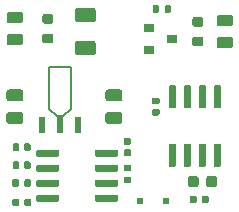
<source format=gbr>
G04 #@! TF.GenerationSoftware,KiCad,Pcbnew,(5.1.5)-3*
G04 #@! TF.CreationDate,2021-02-08T22:28:45-08:00*
G04 #@! TF.ProjectId,MoistureSensor,4d6f6973-7475-4726-9553-656e736f722e,rev?*
G04 #@! TF.SameCoordinates,Original*
G04 #@! TF.FileFunction,Paste,Top*
G04 #@! TF.FilePolarity,Positive*
%FSLAX46Y46*%
G04 Gerber Fmt 4.6, Leading zero omitted, Abs format (unit mm)*
G04 Created by KiCad (PCBNEW (5.1.5)-3) date 2021-02-08 22:28:45*
%MOMM*%
%LPD*%
G04 APERTURE LIST*
%ADD10C,0.152400*%
%ADD11R,0.482600X1.397000*%
%ADD12R,0.558800X1.397000*%
%ADD13C,0.100000*%
%ADD14R,0.500000X0.500000*%
%ADD15R,0.900000X0.800000*%
G04 APERTURE END LIST*
D10*
X135915400Y-68148200D02*
X135356600Y-68148200D01*
X135915400Y-68148200D02*
X135915400Y-68148200D01*
X136550400Y-67513200D02*
X135915400Y-68148200D01*
X136550400Y-63931800D02*
X136550400Y-67513200D01*
X134721600Y-63931800D02*
X136550400Y-63931800D01*
X134721600Y-67513200D02*
X134721600Y-63931800D01*
X135356600Y-68148200D02*
X134721600Y-67513200D01*
X135356600Y-68148200D02*
X135356600Y-68148200D01*
D11*
X137134600Y-68846700D03*
D12*
X135636000Y-68846700D03*
D11*
X134137400Y-68846700D03*
D13*
G36*
X135461203Y-74757722D02*
G01*
X135475764Y-74759882D01*
X135490043Y-74763459D01*
X135503903Y-74768418D01*
X135517210Y-74774712D01*
X135529836Y-74782280D01*
X135541659Y-74791048D01*
X135552566Y-74800934D01*
X135562452Y-74811841D01*
X135571220Y-74823664D01*
X135578788Y-74836290D01*
X135585082Y-74849597D01*
X135590041Y-74863457D01*
X135593618Y-74877736D01*
X135595778Y-74892297D01*
X135596500Y-74907000D01*
X135596500Y-75207000D01*
X135595778Y-75221703D01*
X135593618Y-75236264D01*
X135590041Y-75250543D01*
X135585082Y-75264403D01*
X135578788Y-75277710D01*
X135571220Y-75290336D01*
X135562452Y-75302159D01*
X135552566Y-75313066D01*
X135541659Y-75322952D01*
X135529836Y-75331720D01*
X135517210Y-75339288D01*
X135503903Y-75345582D01*
X135490043Y-75350541D01*
X135475764Y-75354118D01*
X135461203Y-75356278D01*
X135446500Y-75357000D01*
X133796500Y-75357000D01*
X133781797Y-75356278D01*
X133767236Y-75354118D01*
X133752957Y-75350541D01*
X133739097Y-75345582D01*
X133725790Y-75339288D01*
X133713164Y-75331720D01*
X133701341Y-75322952D01*
X133690434Y-75313066D01*
X133680548Y-75302159D01*
X133671780Y-75290336D01*
X133664212Y-75277710D01*
X133657918Y-75264403D01*
X133652959Y-75250543D01*
X133649382Y-75236264D01*
X133647222Y-75221703D01*
X133646500Y-75207000D01*
X133646500Y-74907000D01*
X133647222Y-74892297D01*
X133649382Y-74877736D01*
X133652959Y-74863457D01*
X133657918Y-74849597D01*
X133664212Y-74836290D01*
X133671780Y-74823664D01*
X133680548Y-74811841D01*
X133690434Y-74800934D01*
X133701341Y-74791048D01*
X133713164Y-74782280D01*
X133725790Y-74774712D01*
X133739097Y-74768418D01*
X133752957Y-74763459D01*
X133767236Y-74759882D01*
X133781797Y-74757722D01*
X133796500Y-74757000D01*
X135446500Y-74757000D01*
X135461203Y-74757722D01*
G37*
G36*
X135461203Y-73487722D02*
G01*
X135475764Y-73489882D01*
X135490043Y-73493459D01*
X135503903Y-73498418D01*
X135517210Y-73504712D01*
X135529836Y-73512280D01*
X135541659Y-73521048D01*
X135552566Y-73530934D01*
X135562452Y-73541841D01*
X135571220Y-73553664D01*
X135578788Y-73566290D01*
X135585082Y-73579597D01*
X135590041Y-73593457D01*
X135593618Y-73607736D01*
X135595778Y-73622297D01*
X135596500Y-73637000D01*
X135596500Y-73937000D01*
X135595778Y-73951703D01*
X135593618Y-73966264D01*
X135590041Y-73980543D01*
X135585082Y-73994403D01*
X135578788Y-74007710D01*
X135571220Y-74020336D01*
X135562452Y-74032159D01*
X135552566Y-74043066D01*
X135541659Y-74052952D01*
X135529836Y-74061720D01*
X135517210Y-74069288D01*
X135503903Y-74075582D01*
X135490043Y-74080541D01*
X135475764Y-74084118D01*
X135461203Y-74086278D01*
X135446500Y-74087000D01*
X133796500Y-74087000D01*
X133781797Y-74086278D01*
X133767236Y-74084118D01*
X133752957Y-74080541D01*
X133739097Y-74075582D01*
X133725790Y-74069288D01*
X133713164Y-74061720D01*
X133701341Y-74052952D01*
X133690434Y-74043066D01*
X133680548Y-74032159D01*
X133671780Y-74020336D01*
X133664212Y-74007710D01*
X133657918Y-73994403D01*
X133652959Y-73980543D01*
X133649382Y-73966264D01*
X133647222Y-73951703D01*
X133646500Y-73937000D01*
X133646500Y-73637000D01*
X133647222Y-73622297D01*
X133649382Y-73607736D01*
X133652959Y-73593457D01*
X133657918Y-73579597D01*
X133664212Y-73566290D01*
X133671780Y-73553664D01*
X133680548Y-73541841D01*
X133690434Y-73530934D01*
X133701341Y-73521048D01*
X133713164Y-73512280D01*
X133725790Y-73504712D01*
X133739097Y-73498418D01*
X133752957Y-73493459D01*
X133767236Y-73489882D01*
X133781797Y-73487722D01*
X133796500Y-73487000D01*
X135446500Y-73487000D01*
X135461203Y-73487722D01*
G37*
G36*
X135461203Y-72217722D02*
G01*
X135475764Y-72219882D01*
X135490043Y-72223459D01*
X135503903Y-72228418D01*
X135517210Y-72234712D01*
X135529836Y-72242280D01*
X135541659Y-72251048D01*
X135552566Y-72260934D01*
X135562452Y-72271841D01*
X135571220Y-72283664D01*
X135578788Y-72296290D01*
X135585082Y-72309597D01*
X135590041Y-72323457D01*
X135593618Y-72337736D01*
X135595778Y-72352297D01*
X135596500Y-72367000D01*
X135596500Y-72667000D01*
X135595778Y-72681703D01*
X135593618Y-72696264D01*
X135590041Y-72710543D01*
X135585082Y-72724403D01*
X135578788Y-72737710D01*
X135571220Y-72750336D01*
X135562452Y-72762159D01*
X135552566Y-72773066D01*
X135541659Y-72782952D01*
X135529836Y-72791720D01*
X135517210Y-72799288D01*
X135503903Y-72805582D01*
X135490043Y-72810541D01*
X135475764Y-72814118D01*
X135461203Y-72816278D01*
X135446500Y-72817000D01*
X133796500Y-72817000D01*
X133781797Y-72816278D01*
X133767236Y-72814118D01*
X133752957Y-72810541D01*
X133739097Y-72805582D01*
X133725790Y-72799288D01*
X133713164Y-72791720D01*
X133701341Y-72782952D01*
X133690434Y-72773066D01*
X133680548Y-72762159D01*
X133671780Y-72750336D01*
X133664212Y-72737710D01*
X133657918Y-72724403D01*
X133652959Y-72710543D01*
X133649382Y-72696264D01*
X133647222Y-72681703D01*
X133646500Y-72667000D01*
X133646500Y-72367000D01*
X133647222Y-72352297D01*
X133649382Y-72337736D01*
X133652959Y-72323457D01*
X133657918Y-72309597D01*
X133664212Y-72296290D01*
X133671780Y-72283664D01*
X133680548Y-72271841D01*
X133690434Y-72260934D01*
X133701341Y-72251048D01*
X133713164Y-72242280D01*
X133725790Y-72234712D01*
X133739097Y-72228418D01*
X133752957Y-72223459D01*
X133767236Y-72219882D01*
X133781797Y-72217722D01*
X133796500Y-72217000D01*
X135446500Y-72217000D01*
X135461203Y-72217722D01*
G37*
G36*
X135461203Y-70947722D02*
G01*
X135475764Y-70949882D01*
X135490043Y-70953459D01*
X135503903Y-70958418D01*
X135517210Y-70964712D01*
X135529836Y-70972280D01*
X135541659Y-70981048D01*
X135552566Y-70990934D01*
X135562452Y-71001841D01*
X135571220Y-71013664D01*
X135578788Y-71026290D01*
X135585082Y-71039597D01*
X135590041Y-71053457D01*
X135593618Y-71067736D01*
X135595778Y-71082297D01*
X135596500Y-71097000D01*
X135596500Y-71397000D01*
X135595778Y-71411703D01*
X135593618Y-71426264D01*
X135590041Y-71440543D01*
X135585082Y-71454403D01*
X135578788Y-71467710D01*
X135571220Y-71480336D01*
X135562452Y-71492159D01*
X135552566Y-71503066D01*
X135541659Y-71512952D01*
X135529836Y-71521720D01*
X135517210Y-71529288D01*
X135503903Y-71535582D01*
X135490043Y-71540541D01*
X135475764Y-71544118D01*
X135461203Y-71546278D01*
X135446500Y-71547000D01*
X133796500Y-71547000D01*
X133781797Y-71546278D01*
X133767236Y-71544118D01*
X133752957Y-71540541D01*
X133739097Y-71535582D01*
X133725790Y-71529288D01*
X133713164Y-71521720D01*
X133701341Y-71512952D01*
X133690434Y-71503066D01*
X133680548Y-71492159D01*
X133671780Y-71480336D01*
X133664212Y-71467710D01*
X133657918Y-71454403D01*
X133652959Y-71440543D01*
X133649382Y-71426264D01*
X133647222Y-71411703D01*
X133646500Y-71397000D01*
X133646500Y-71097000D01*
X133647222Y-71082297D01*
X133649382Y-71067736D01*
X133652959Y-71053457D01*
X133657918Y-71039597D01*
X133664212Y-71026290D01*
X133671780Y-71013664D01*
X133680548Y-71001841D01*
X133690434Y-70990934D01*
X133701341Y-70981048D01*
X133713164Y-70972280D01*
X133725790Y-70964712D01*
X133739097Y-70958418D01*
X133752957Y-70953459D01*
X133767236Y-70949882D01*
X133781797Y-70947722D01*
X133796500Y-70947000D01*
X135446500Y-70947000D01*
X135461203Y-70947722D01*
G37*
G36*
X140411203Y-70947722D02*
G01*
X140425764Y-70949882D01*
X140440043Y-70953459D01*
X140453903Y-70958418D01*
X140467210Y-70964712D01*
X140479836Y-70972280D01*
X140491659Y-70981048D01*
X140502566Y-70990934D01*
X140512452Y-71001841D01*
X140521220Y-71013664D01*
X140528788Y-71026290D01*
X140535082Y-71039597D01*
X140540041Y-71053457D01*
X140543618Y-71067736D01*
X140545778Y-71082297D01*
X140546500Y-71097000D01*
X140546500Y-71397000D01*
X140545778Y-71411703D01*
X140543618Y-71426264D01*
X140540041Y-71440543D01*
X140535082Y-71454403D01*
X140528788Y-71467710D01*
X140521220Y-71480336D01*
X140512452Y-71492159D01*
X140502566Y-71503066D01*
X140491659Y-71512952D01*
X140479836Y-71521720D01*
X140467210Y-71529288D01*
X140453903Y-71535582D01*
X140440043Y-71540541D01*
X140425764Y-71544118D01*
X140411203Y-71546278D01*
X140396500Y-71547000D01*
X138746500Y-71547000D01*
X138731797Y-71546278D01*
X138717236Y-71544118D01*
X138702957Y-71540541D01*
X138689097Y-71535582D01*
X138675790Y-71529288D01*
X138663164Y-71521720D01*
X138651341Y-71512952D01*
X138640434Y-71503066D01*
X138630548Y-71492159D01*
X138621780Y-71480336D01*
X138614212Y-71467710D01*
X138607918Y-71454403D01*
X138602959Y-71440543D01*
X138599382Y-71426264D01*
X138597222Y-71411703D01*
X138596500Y-71397000D01*
X138596500Y-71097000D01*
X138597222Y-71082297D01*
X138599382Y-71067736D01*
X138602959Y-71053457D01*
X138607918Y-71039597D01*
X138614212Y-71026290D01*
X138621780Y-71013664D01*
X138630548Y-71001841D01*
X138640434Y-70990934D01*
X138651341Y-70981048D01*
X138663164Y-70972280D01*
X138675790Y-70964712D01*
X138689097Y-70958418D01*
X138702957Y-70953459D01*
X138717236Y-70949882D01*
X138731797Y-70947722D01*
X138746500Y-70947000D01*
X140396500Y-70947000D01*
X140411203Y-70947722D01*
G37*
G36*
X140411203Y-72217722D02*
G01*
X140425764Y-72219882D01*
X140440043Y-72223459D01*
X140453903Y-72228418D01*
X140467210Y-72234712D01*
X140479836Y-72242280D01*
X140491659Y-72251048D01*
X140502566Y-72260934D01*
X140512452Y-72271841D01*
X140521220Y-72283664D01*
X140528788Y-72296290D01*
X140535082Y-72309597D01*
X140540041Y-72323457D01*
X140543618Y-72337736D01*
X140545778Y-72352297D01*
X140546500Y-72367000D01*
X140546500Y-72667000D01*
X140545778Y-72681703D01*
X140543618Y-72696264D01*
X140540041Y-72710543D01*
X140535082Y-72724403D01*
X140528788Y-72737710D01*
X140521220Y-72750336D01*
X140512452Y-72762159D01*
X140502566Y-72773066D01*
X140491659Y-72782952D01*
X140479836Y-72791720D01*
X140467210Y-72799288D01*
X140453903Y-72805582D01*
X140440043Y-72810541D01*
X140425764Y-72814118D01*
X140411203Y-72816278D01*
X140396500Y-72817000D01*
X138746500Y-72817000D01*
X138731797Y-72816278D01*
X138717236Y-72814118D01*
X138702957Y-72810541D01*
X138689097Y-72805582D01*
X138675790Y-72799288D01*
X138663164Y-72791720D01*
X138651341Y-72782952D01*
X138640434Y-72773066D01*
X138630548Y-72762159D01*
X138621780Y-72750336D01*
X138614212Y-72737710D01*
X138607918Y-72724403D01*
X138602959Y-72710543D01*
X138599382Y-72696264D01*
X138597222Y-72681703D01*
X138596500Y-72667000D01*
X138596500Y-72367000D01*
X138597222Y-72352297D01*
X138599382Y-72337736D01*
X138602959Y-72323457D01*
X138607918Y-72309597D01*
X138614212Y-72296290D01*
X138621780Y-72283664D01*
X138630548Y-72271841D01*
X138640434Y-72260934D01*
X138651341Y-72251048D01*
X138663164Y-72242280D01*
X138675790Y-72234712D01*
X138689097Y-72228418D01*
X138702957Y-72223459D01*
X138717236Y-72219882D01*
X138731797Y-72217722D01*
X138746500Y-72217000D01*
X140396500Y-72217000D01*
X140411203Y-72217722D01*
G37*
G36*
X140411203Y-73487722D02*
G01*
X140425764Y-73489882D01*
X140440043Y-73493459D01*
X140453903Y-73498418D01*
X140467210Y-73504712D01*
X140479836Y-73512280D01*
X140491659Y-73521048D01*
X140502566Y-73530934D01*
X140512452Y-73541841D01*
X140521220Y-73553664D01*
X140528788Y-73566290D01*
X140535082Y-73579597D01*
X140540041Y-73593457D01*
X140543618Y-73607736D01*
X140545778Y-73622297D01*
X140546500Y-73637000D01*
X140546500Y-73937000D01*
X140545778Y-73951703D01*
X140543618Y-73966264D01*
X140540041Y-73980543D01*
X140535082Y-73994403D01*
X140528788Y-74007710D01*
X140521220Y-74020336D01*
X140512452Y-74032159D01*
X140502566Y-74043066D01*
X140491659Y-74052952D01*
X140479836Y-74061720D01*
X140467210Y-74069288D01*
X140453903Y-74075582D01*
X140440043Y-74080541D01*
X140425764Y-74084118D01*
X140411203Y-74086278D01*
X140396500Y-74087000D01*
X138746500Y-74087000D01*
X138731797Y-74086278D01*
X138717236Y-74084118D01*
X138702957Y-74080541D01*
X138689097Y-74075582D01*
X138675790Y-74069288D01*
X138663164Y-74061720D01*
X138651341Y-74052952D01*
X138640434Y-74043066D01*
X138630548Y-74032159D01*
X138621780Y-74020336D01*
X138614212Y-74007710D01*
X138607918Y-73994403D01*
X138602959Y-73980543D01*
X138599382Y-73966264D01*
X138597222Y-73951703D01*
X138596500Y-73937000D01*
X138596500Y-73637000D01*
X138597222Y-73622297D01*
X138599382Y-73607736D01*
X138602959Y-73593457D01*
X138607918Y-73579597D01*
X138614212Y-73566290D01*
X138621780Y-73553664D01*
X138630548Y-73541841D01*
X138640434Y-73530934D01*
X138651341Y-73521048D01*
X138663164Y-73512280D01*
X138675790Y-73504712D01*
X138689097Y-73498418D01*
X138702957Y-73493459D01*
X138717236Y-73489882D01*
X138731797Y-73487722D01*
X138746500Y-73487000D01*
X140396500Y-73487000D01*
X140411203Y-73487722D01*
G37*
G36*
X140411203Y-74757722D02*
G01*
X140425764Y-74759882D01*
X140440043Y-74763459D01*
X140453903Y-74768418D01*
X140467210Y-74774712D01*
X140479836Y-74782280D01*
X140491659Y-74791048D01*
X140502566Y-74800934D01*
X140512452Y-74811841D01*
X140521220Y-74823664D01*
X140528788Y-74836290D01*
X140535082Y-74849597D01*
X140540041Y-74863457D01*
X140543618Y-74877736D01*
X140545778Y-74892297D01*
X140546500Y-74907000D01*
X140546500Y-75207000D01*
X140545778Y-75221703D01*
X140543618Y-75236264D01*
X140540041Y-75250543D01*
X140535082Y-75264403D01*
X140528788Y-75277710D01*
X140521220Y-75290336D01*
X140512452Y-75302159D01*
X140502566Y-75313066D01*
X140491659Y-75322952D01*
X140479836Y-75331720D01*
X140467210Y-75339288D01*
X140453903Y-75345582D01*
X140440043Y-75350541D01*
X140425764Y-75354118D01*
X140411203Y-75356278D01*
X140396500Y-75357000D01*
X138746500Y-75357000D01*
X138731797Y-75356278D01*
X138717236Y-75354118D01*
X138702957Y-75350541D01*
X138689097Y-75345582D01*
X138675790Y-75339288D01*
X138663164Y-75331720D01*
X138651341Y-75322952D01*
X138640434Y-75313066D01*
X138630548Y-75302159D01*
X138621780Y-75290336D01*
X138614212Y-75277710D01*
X138607918Y-75264403D01*
X138602959Y-75250543D01*
X138599382Y-75236264D01*
X138597222Y-75221703D01*
X138596500Y-75207000D01*
X138596500Y-74907000D01*
X138597222Y-74892297D01*
X138599382Y-74877736D01*
X138602959Y-74863457D01*
X138607918Y-74849597D01*
X138614212Y-74836290D01*
X138621780Y-74823664D01*
X138630548Y-74811841D01*
X138640434Y-74800934D01*
X138651341Y-74791048D01*
X138663164Y-74782280D01*
X138675790Y-74774712D01*
X138689097Y-74768418D01*
X138702957Y-74763459D01*
X138717236Y-74759882D01*
X138731797Y-74757722D01*
X138746500Y-74757000D01*
X140396500Y-74757000D01*
X140411203Y-74757722D01*
G37*
G36*
X133031222Y-71953674D02*
G01*
X133044813Y-71955690D01*
X133058140Y-71959028D01*
X133071076Y-71963657D01*
X133083496Y-71969531D01*
X133095280Y-71976594D01*
X133106315Y-71984779D01*
X133116495Y-71994005D01*
X133125721Y-72004185D01*
X133133906Y-72015220D01*
X133140969Y-72027004D01*
X133146843Y-72039424D01*
X133151472Y-72052360D01*
X133154810Y-72065687D01*
X133156826Y-72079278D01*
X133157500Y-72093000D01*
X133157500Y-72433000D01*
X133156826Y-72446722D01*
X133154810Y-72460313D01*
X133151472Y-72473640D01*
X133146843Y-72486576D01*
X133140969Y-72498996D01*
X133133906Y-72510780D01*
X133125721Y-72521815D01*
X133116495Y-72531995D01*
X133106315Y-72541221D01*
X133095280Y-72549406D01*
X133083496Y-72556469D01*
X133071076Y-72562343D01*
X133058140Y-72566972D01*
X133044813Y-72570310D01*
X133031222Y-72572326D01*
X133017500Y-72573000D01*
X132737500Y-72573000D01*
X132723778Y-72572326D01*
X132710187Y-72570310D01*
X132696860Y-72566972D01*
X132683924Y-72562343D01*
X132671504Y-72556469D01*
X132659720Y-72549406D01*
X132648685Y-72541221D01*
X132638505Y-72531995D01*
X132629279Y-72521815D01*
X132621094Y-72510780D01*
X132614031Y-72498996D01*
X132608157Y-72486576D01*
X132603528Y-72473640D01*
X132600190Y-72460313D01*
X132598174Y-72446722D01*
X132597500Y-72433000D01*
X132597500Y-72093000D01*
X132598174Y-72079278D01*
X132600190Y-72065687D01*
X132603528Y-72052360D01*
X132608157Y-72039424D01*
X132614031Y-72027004D01*
X132621094Y-72015220D01*
X132629279Y-72004185D01*
X132638505Y-71994005D01*
X132648685Y-71984779D01*
X132659720Y-71976594D01*
X132671504Y-71969531D01*
X132683924Y-71963657D01*
X132696860Y-71959028D01*
X132710187Y-71955690D01*
X132723778Y-71953674D01*
X132737500Y-71953000D01*
X133017500Y-71953000D01*
X133031222Y-71953674D01*
G37*
G36*
X132071222Y-71953674D02*
G01*
X132084813Y-71955690D01*
X132098140Y-71959028D01*
X132111076Y-71963657D01*
X132123496Y-71969531D01*
X132135280Y-71976594D01*
X132146315Y-71984779D01*
X132156495Y-71994005D01*
X132165721Y-72004185D01*
X132173906Y-72015220D01*
X132180969Y-72027004D01*
X132186843Y-72039424D01*
X132191472Y-72052360D01*
X132194810Y-72065687D01*
X132196826Y-72079278D01*
X132197500Y-72093000D01*
X132197500Y-72433000D01*
X132196826Y-72446722D01*
X132194810Y-72460313D01*
X132191472Y-72473640D01*
X132186843Y-72486576D01*
X132180969Y-72498996D01*
X132173906Y-72510780D01*
X132165721Y-72521815D01*
X132156495Y-72531995D01*
X132146315Y-72541221D01*
X132135280Y-72549406D01*
X132123496Y-72556469D01*
X132111076Y-72562343D01*
X132098140Y-72566972D01*
X132084813Y-72570310D01*
X132071222Y-72572326D01*
X132057500Y-72573000D01*
X131777500Y-72573000D01*
X131763778Y-72572326D01*
X131750187Y-72570310D01*
X131736860Y-72566972D01*
X131723924Y-72562343D01*
X131711504Y-72556469D01*
X131699720Y-72549406D01*
X131688685Y-72541221D01*
X131678505Y-72531995D01*
X131669279Y-72521815D01*
X131661094Y-72510780D01*
X131654031Y-72498996D01*
X131648157Y-72486576D01*
X131643528Y-72473640D01*
X131640190Y-72460313D01*
X131638174Y-72446722D01*
X131637500Y-72433000D01*
X131637500Y-72093000D01*
X131638174Y-72079278D01*
X131640190Y-72065687D01*
X131643528Y-72052360D01*
X131648157Y-72039424D01*
X131654031Y-72027004D01*
X131661094Y-72015220D01*
X131669279Y-72004185D01*
X131678505Y-71994005D01*
X131688685Y-71984779D01*
X131699720Y-71976594D01*
X131711504Y-71969531D01*
X131723924Y-71963657D01*
X131736860Y-71959028D01*
X131750187Y-71955690D01*
X131763778Y-71953674D01*
X131777500Y-71953000D01*
X132057500Y-71953000D01*
X132071222Y-71953674D01*
G37*
G36*
X132325504Y-65861204D02*
G01*
X132349773Y-65864804D01*
X132373571Y-65870765D01*
X132396671Y-65879030D01*
X132418849Y-65889520D01*
X132439893Y-65902133D01*
X132459598Y-65916747D01*
X132477777Y-65933223D01*
X132494253Y-65951402D01*
X132508867Y-65971107D01*
X132521480Y-65992151D01*
X132531970Y-66014329D01*
X132540235Y-66037429D01*
X132546196Y-66061227D01*
X132549796Y-66085496D01*
X132551000Y-66110000D01*
X132551000Y-66610000D01*
X132549796Y-66634504D01*
X132546196Y-66658773D01*
X132540235Y-66682571D01*
X132531970Y-66705671D01*
X132521480Y-66727849D01*
X132508867Y-66748893D01*
X132494253Y-66768598D01*
X132477777Y-66786777D01*
X132459598Y-66803253D01*
X132439893Y-66817867D01*
X132418849Y-66830480D01*
X132396671Y-66840970D01*
X132373571Y-66849235D01*
X132349773Y-66855196D01*
X132325504Y-66858796D01*
X132301000Y-66860000D01*
X131351000Y-66860000D01*
X131326496Y-66858796D01*
X131302227Y-66855196D01*
X131278429Y-66849235D01*
X131255329Y-66840970D01*
X131233151Y-66830480D01*
X131212107Y-66817867D01*
X131192402Y-66803253D01*
X131174223Y-66786777D01*
X131157747Y-66768598D01*
X131143133Y-66748893D01*
X131130520Y-66727849D01*
X131120030Y-66705671D01*
X131111765Y-66682571D01*
X131105804Y-66658773D01*
X131102204Y-66634504D01*
X131101000Y-66610000D01*
X131101000Y-66110000D01*
X131102204Y-66085496D01*
X131105804Y-66061227D01*
X131111765Y-66037429D01*
X131120030Y-66014329D01*
X131130520Y-65992151D01*
X131143133Y-65971107D01*
X131157747Y-65951402D01*
X131174223Y-65933223D01*
X131192402Y-65916747D01*
X131212107Y-65902133D01*
X131233151Y-65889520D01*
X131255329Y-65879030D01*
X131278429Y-65870765D01*
X131302227Y-65864804D01*
X131326496Y-65861204D01*
X131351000Y-65860000D01*
X132301000Y-65860000D01*
X132325504Y-65861204D01*
G37*
G36*
X132325504Y-67761204D02*
G01*
X132349773Y-67764804D01*
X132373571Y-67770765D01*
X132396671Y-67779030D01*
X132418849Y-67789520D01*
X132439893Y-67802133D01*
X132459598Y-67816747D01*
X132477777Y-67833223D01*
X132494253Y-67851402D01*
X132508867Y-67871107D01*
X132521480Y-67892151D01*
X132531970Y-67914329D01*
X132540235Y-67937429D01*
X132546196Y-67961227D01*
X132549796Y-67985496D01*
X132551000Y-68010000D01*
X132551000Y-68510000D01*
X132549796Y-68534504D01*
X132546196Y-68558773D01*
X132540235Y-68582571D01*
X132531970Y-68605671D01*
X132521480Y-68627849D01*
X132508867Y-68648893D01*
X132494253Y-68668598D01*
X132477777Y-68686777D01*
X132459598Y-68703253D01*
X132439893Y-68717867D01*
X132418849Y-68730480D01*
X132396671Y-68740970D01*
X132373571Y-68749235D01*
X132349773Y-68755196D01*
X132325504Y-68758796D01*
X132301000Y-68760000D01*
X131351000Y-68760000D01*
X131326496Y-68758796D01*
X131302227Y-68755196D01*
X131278429Y-68749235D01*
X131255329Y-68740970D01*
X131233151Y-68730480D01*
X131212107Y-68717867D01*
X131192402Y-68703253D01*
X131174223Y-68686777D01*
X131157747Y-68668598D01*
X131143133Y-68648893D01*
X131130520Y-68627849D01*
X131120030Y-68605671D01*
X131111765Y-68582571D01*
X131105804Y-68558773D01*
X131102204Y-68534504D01*
X131101000Y-68510000D01*
X131101000Y-68010000D01*
X131102204Y-67985496D01*
X131105804Y-67961227D01*
X131111765Y-67937429D01*
X131120030Y-67914329D01*
X131130520Y-67892151D01*
X131143133Y-67871107D01*
X131157747Y-67851402D01*
X131174223Y-67833223D01*
X131192402Y-67816747D01*
X131212107Y-67802133D01*
X131233151Y-67789520D01*
X131255329Y-67779030D01*
X131278429Y-67770765D01*
X131302227Y-67764804D01*
X131326496Y-67761204D01*
X131351000Y-67760000D01*
X132301000Y-67760000D01*
X132325504Y-67761204D01*
G37*
G36*
X140707504Y-67761204D02*
G01*
X140731773Y-67764804D01*
X140755571Y-67770765D01*
X140778671Y-67779030D01*
X140800849Y-67789520D01*
X140821893Y-67802133D01*
X140841598Y-67816747D01*
X140859777Y-67833223D01*
X140876253Y-67851402D01*
X140890867Y-67871107D01*
X140903480Y-67892151D01*
X140913970Y-67914329D01*
X140922235Y-67937429D01*
X140928196Y-67961227D01*
X140931796Y-67985496D01*
X140933000Y-68010000D01*
X140933000Y-68510000D01*
X140931796Y-68534504D01*
X140928196Y-68558773D01*
X140922235Y-68582571D01*
X140913970Y-68605671D01*
X140903480Y-68627849D01*
X140890867Y-68648893D01*
X140876253Y-68668598D01*
X140859777Y-68686777D01*
X140841598Y-68703253D01*
X140821893Y-68717867D01*
X140800849Y-68730480D01*
X140778671Y-68740970D01*
X140755571Y-68749235D01*
X140731773Y-68755196D01*
X140707504Y-68758796D01*
X140683000Y-68760000D01*
X139733000Y-68760000D01*
X139708496Y-68758796D01*
X139684227Y-68755196D01*
X139660429Y-68749235D01*
X139637329Y-68740970D01*
X139615151Y-68730480D01*
X139594107Y-68717867D01*
X139574402Y-68703253D01*
X139556223Y-68686777D01*
X139539747Y-68668598D01*
X139525133Y-68648893D01*
X139512520Y-68627849D01*
X139502030Y-68605671D01*
X139493765Y-68582571D01*
X139487804Y-68558773D01*
X139484204Y-68534504D01*
X139483000Y-68510000D01*
X139483000Y-68010000D01*
X139484204Y-67985496D01*
X139487804Y-67961227D01*
X139493765Y-67937429D01*
X139502030Y-67914329D01*
X139512520Y-67892151D01*
X139525133Y-67871107D01*
X139539747Y-67851402D01*
X139556223Y-67833223D01*
X139574402Y-67816747D01*
X139594107Y-67802133D01*
X139615151Y-67789520D01*
X139637329Y-67779030D01*
X139660429Y-67770765D01*
X139684227Y-67764804D01*
X139708496Y-67761204D01*
X139733000Y-67760000D01*
X140683000Y-67760000D01*
X140707504Y-67761204D01*
G37*
G36*
X140707504Y-65861204D02*
G01*
X140731773Y-65864804D01*
X140755571Y-65870765D01*
X140778671Y-65879030D01*
X140800849Y-65889520D01*
X140821893Y-65902133D01*
X140841598Y-65916747D01*
X140859777Y-65933223D01*
X140876253Y-65951402D01*
X140890867Y-65971107D01*
X140903480Y-65992151D01*
X140913970Y-66014329D01*
X140922235Y-66037429D01*
X140928196Y-66061227D01*
X140931796Y-66085496D01*
X140933000Y-66110000D01*
X140933000Y-66610000D01*
X140931796Y-66634504D01*
X140928196Y-66658773D01*
X140922235Y-66682571D01*
X140913970Y-66705671D01*
X140903480Y-66727849D01*
X140890867Y-66748893D01*
X140876253Y-66768598D01*
X140859777Y-66786777D01*
X140841598Y-66803253D01*
X140821893Y-66817867D01*
X140800849Y-66830480D01*
X140778671Y-66840970D01*
X140755571Y-66849235D01*
X140731773Y-66855196D01*
X140707504Y-66858796D01*
X140683000Y-66860000D01*
X139733000Y-66860000D01*
X139708496Y-66858796D01*
X139684227Y-66855196D01*
X139660429Y-66849235D01*
X139637329Y-66840970D01*
X139615151Y-66830480D01*
X139594107Y-66817867D01*
X139574402Y-66803253D01*
X139556223Y-66786777D01*
X139539747Y-66768598D01*
X139525133Y-66748893D01*
X139512520Y-66727849D01*
X139502030Y-66705671D01*
X139493765Y-66682571D01*
X139487804Y-66658773D01*
X139484204Y-66634504D01*
X139483000Y-66610000D01*
X139483000Y-66110000D01*
X139484204Y-66085496D01*
X139487804Y-66061227D01*
X139493765Y-66037429D01*
X139502030Y-66014329D01*
X139512520Y-65992151D01*
X139525133Y-65971107D01*
X139539747Y-65951402D01*
X139556223Y-65933223D01*
X139574402Y-65916747D01*
X139594107Y-65902133D01*
X139615151Y-65889520D01*
X139637329Y-65879030D01*
X139660429Y-65870765D01*
X139684227Y-65864804D01*
X139708496Y-65861204D01*
X139733000Y-65860000D01*
X140683000Y-65860000D01*
X140707504Y-65861204D01*
G37*
G36*
X141534722Y-69979674D02*
G01*
X141548313Y-69981690D01*
X141561640Y-69985028D01*
X141574576Y-69989657D01*
X141586996Y-69995531D01*
X141598780Y-70002594D01*
X141609815Y-70010779D01*
X141619995Y-70020005D01*
X141629221Y-70030185D01*
X141637406Y-70041220D01*
X141644469Y-70053004D01*
X141650343Y-70065424D01*
X141654972Y-70078360D01*
X141658310Y-70091687D01*
X141660326Y-70105278D01*
X141661000Y-70119000D01*
X141661000Y-70399000D01*
X141660326Y-70412722D01*
X141658310Y-70426313D01*
X141654972Y-70439640D01*
X141650343Y-70452576D01*
X141644469Y-70464996D01*
X141637406Y-70476780D01*
X141629221Y-70487815D01*
X141619995Y-70497995D01*
X141609815Y-70507221D01*
X141598780Y-70515406D01*
X141586996Y-70522469D01*
X141574576Y-70528343D01*
X141561640Y-70532972D01*
X141548313Y-70536310D01*
X141534722Y-70538326D01*
X141521000Y-70539000D01*
X141181000Y-70539000D01*
X141167278Y-70538326D01*
X141153687Y-70536310D01*
X141140360Y-70532972D01*
X141127424Y-70528343D01*
X141115004Y-70522469D01*
X141103220Y-70515406D01*
X141092185Y-70507221D01*
X141082005Y-70497995D01*
X141072779Y-70487815D01*
X141064594Y-70476780D01*
X141057531Y-70464996D01*
X141051657Y-70452576D01*
X141047028Y-70439640D01*
X141043690Y-70426313D01*
X141041674Y-70412722D01*
X141041000Y-70399000D01*
X141041000Y-70119000D01*
X141041674Y-70105278D01*
X141043690Y-70091687D01*
X141047028Y-70078360D01*
X141051657Y-70065424D01*
X141057531Y-70053004D01*
X141064594Y-70041220D01*
X141072779Y-70030185D01*
X141082005Y-70020005D01*
X141092185Y-70010779D01*
X141103220Y-70002594D01*
X141115004Y-69995531D01*
X141127424Y-69989657D01*
X141140360Y-69985028D01*
X141153687Y-69981690D01*
X141167278Y-69979674D01*
X141181000Y-69979000D01*
X141521000Y-69979000D01*
X141534722Y-69979674D01*
G37*
G36*
X141534722Y-70939674D02*
G01*
X141548313Y-70941690D01*
X141561640Y-70945028D01*
X141574576Y-70949657D01*
X141586996Y-70955531D01*
X141598780Y-70962594D01*
X141609815Y-70970779D01*
X141619995Y-70980005D01*
X141629221Y-70990185D01*
X141637406Y-71001220D01*
X141644469Y-71013004D01*
X141650343Y-71025424D01*
X141654972Y-71038360D01*
X141658310Y-71051687D01*
X141660326Y-71065278D01*
X141661000Y-71079000D01*
X141661000Y-71359000D01*
X141660326Y-71372722D01*
X141658310Y-71386313D01*
X141654972Y-71399640D01*
X141650343Y-71412576D01*
X141644469Y-71424996D01*
X141637406Y-71436780D01*
X141629221Y-71447815D01*
X141619995Y-71457995D01*
X141609815Y-71467221D01*
X141598780Y-71475406D01*
X141586996Y-71482469D01*
X141574576Y-71488343D01*
X141561640Y-71492972D01*
X141548313Y-71496310D01*
X141534722Y-71498326D01*
X141521000Y-71499000D01*
X141181000Y-71499000D01*
X141167278Y-71498326D01*
X141153687Y-71496310D01*
X141140360Y-71492972D01*
X141127424Y-71488343D01*
X141115004Y-71482469D01*
X141103220Y-71475406D01*
X141092185Y-71467221D01*
X141082005Y-71457995D01*
X141072779Y-71447815D01*
X141064594Y-71436780D01*
X141057531Y-71424996D01*
X141051657Y-71412576D01*
X141047028Y-71399640D01*
X141043690Y-71386313D01*
X141041674Y-71372722D01*
X141041000Y-71359000D01*
X141041000Y-71079000D01*
X141041674Y-71065278D01*
X141043690Y-71051687D01*
X141047028Y-71038360D01*
X141051657Y-71025424D01*
X141057531Y-71013004D01*
X141064594Y-71001220D01*
X141072779Y-70990185D01*
X141082005Y-70980005D01*
X141092185Y-70970779D01*
X141103220Y-70962594D01*
X141115004Y-70955531D01*
X141127424Y-70949657D01*
X141140360Y-70945028D01*
X141153687Y-70941690D01*
X141167278Y-70939674D01*
X141181000Y-70939000D01*
X141521000Y-70939000D01*
X141534722Y-70939674D01*
G37*
G36*
X132071222Y-70429674D02*
G01*
X132084813Y-70431690D01*
X132098140Y-70435028D01*
X132111076Y-70439657D01*
X132123496Y-70445531D01*
X132135280Y-70452594D01*
X132146315Y-70460779D01*
X132156495Y-70470005D01*
X132165721Y-70480185D01*
X132173906Y-70491220D01*
X132180969Y-70503004D01*
X132186843Y-70515424D01*
X132191472Y-70528360D01*
X132194810Y-70541687D01*
X132196826Y-70555278D01*
X132197500Y-70569000D01*
X132197500Y-70909000D01*
X132196826Y-70922722D01*
X132194810Y-70936313D01*
X132191472Y-70949640D01*
X132186843Y-70962576D01*
X132180969Y-70974996D01*
X132173906Y-70986780D01*
X132165721Y-70997815D01*
X132156495Y-71007995D01*
X132146315Y-71017221D01*
X132135280Y-71025406D01*
X132123496Y-71032469D01*
X132111076Y-71038343D01*
X132098140Y-71042972D01*
X132084813Y-71046310D01*
X132071222Y-71048326D01*
X132057500Y-71049000D01*
X131777500Y-71049000D01*
X131763778Y-71048326D01*
X131750187Y-71046310D01*
X131736860Y-71042972D01*
X131723924Y-71038343D01*
X131711504Y-71032469D01*
X131699720Y-71025406D01*
X131688685Y-71017221D01*
X131678505Y-71007995D01*
X131669279Y-70997815D01*
X131661094Y-70986780D01*
X131654031Y-70974996D01*
X131648157Y-70962576D01*
X131643528Y-70949640D01*
X131640190Y-70936313D01*
X131638174Y-70922722D01*
X131637500Y-70909000D01*
X131637500Y-70569000D01*
X131638174Y-70555278D01*
X131640190Y-70541687D01*
X131643528Y-70528360D01*
X131648157Y-70515424D01*
X131654031Y-70503004D01*
X131661094Y-70491220D01*
X131669279Y-70480185D01*
X131678505Y-70470005D01*
X131688685Y-70460779D01*
X131699720Y-70452594D01*
X131711504Y-70445531D01*
X131723924Y-70439657D01*
X131736860Y-70435028D01*
X131750187Y-70431690D01*
X131763778Y-70429674D01*
X131777500Y-70429000D01*
X132057500Y-70429000D01*
X132071222Y-70429674D01*
G37*
G36*
X133031222Y-70429674D02*
G01*
X133044813Y-70431690D01*
X133058140Y-70435028D01*
X133071076Y-70439657D01*
X133083496Y-70445531D01*
X133095280Y-70452594D01*
X133106315Y-70460779D01*
X133116495Y-70470005D01*
X133125721Y-70480185D01*
X133133906Y-70491220D01*
X133140969Y-70503004D01*
X133146843Y-70515424D01*
X133151472Y-70528360D01*
X133154810Y-70541687D01*
X133156826Y-70555278D01*
X133157500Y-70569000D01*
X133157500Y-70909000D01*
X133156826Y-70922722D01*
X133154810Y-70936313D01*
X133151472Y-70949640D01*
X133146843Y-70962576D01*
X133140969Y-70974996D01*
X133133906Y-70986780D01*
X133125721Y-70997815D01*
X133116495Y-71007995D01*
X133106315Y-71017221D01*
X133095280Y-71025406D01*
X133083496Y-71032469D01*
X133071076Y-71038343D01*
X133058140Y-71042972D01*
X133044813Y-71046310D01*
X133031222Y-71048326D01*
X133017500Y-71049000D01*
X132737500Y-71049000D01*
X132723778Y-71048326D01*
X132710187Y-71046310D01*
X132696860Y-71042972D01*
X132683924Y-71038343D01*
X132671504Y-71032469D01*
X132659720Y-71025406D01*
X132648685Y-71017221D01*
X132638505Y-71007995D01*
X132629279Y-70997815D01*
X132621094Y-70986780D01*
X132614031Y-70974996D01*
X132608157Y-70962576D01*
X132603528Y-70949640D01*
X132600190Y-70936313D01*
X132598174Y-70922722D01*
X132597500Y-70909000D01*
X132597500Y-70569000D01*
X132598174Y-70555278D01*
X132600190Y-70541687D01*
X132603528Y-70528360D01*
X132608157Y-70515424D01*
X132614031Y-70503004D01*
X132621094Y-70491220D01*
X132629279Y-70480185D01*
X132638505Y-70470005D01*
X132648685Y-70460779D01*
X132659720Y-70452594D01*
X132671504Y-70445531D01*
X132683924Y-70439657D01*
X132696860Y-70435028D01*
X132710187Y-70431690D01*
X132723778Y-70429674D01*
X132737500Y-70429000D01*
X133017500Y-70429000D01*
X133031222Y-70429674D01*
G37*
G36*
X147173054Y-73186083D02*
G01*
X147194895Y-73189323D01*
X147216314Y-73194688D01*
X147237104Y-73202127D01*
X147257064Y-73211568D01*
X147276003Y-73222919D01*
X147293738Y-73236073D01*
X147310099Y-73250901D01*
X147324927Y-73267262D01*
X147338081Y-73284997D01*
X147349432Y-73303936D01*
X147358873Y-73323896D01*
X147366312Y-73344686D01*
X147371677Y-73366105D01*
X147374917Y-73387946D01*
X147376000Y-73410000D01*
X147376000Y-73910000D01*
X147374917Y-73932054D01*
X147371677Y-73953895D01*
X147366312Y-73975314D01*
X147358873Y-73996104D01*
X147349432Y-74016064D01*
X147338081Y-74035003D01*
X147324927Y-74052738D01*
X147310099Y-74069099D01*
X147293738Y-74083927D01*
X147276003Y-74097081D01*
X147257064Y-74108432D01*
X147237104Y-74117873D01*
X147216314Y-74125312D01*
X147194895Y-74130677D01*
X147173054Y-74133917D01*
X147151000Y-74135000D01*
X146701000Y-74135000D01*
X146678946Y-74133917D01*
X146657105Y-74130677D01*
X146635686Y-74125312D01*
X146614896Y-74117873D01*
X146594936Y-74108432D01*
X146575997Y-74097081D01*
X146558262Y-74083927D01*
X146541901Y-74069099D01*
X146527073Y-74052738D01*
X146513919Y-74035003D01*
X146502568Y-74016064D01*
X146493127Y-73996104D01*
X146485688Y-73975314D01*
X146480323Y-73953895D01*
X146477083Y-73932054D01*
X146476000Y-73910000D01*
X146476000Y-73410000D01*
X146477083Y-73387946D01*
X146480323Y-73366105D01*
X146485688Y-73344686D01*
X146493127Y-73323896D01*
X146502568Y-73303936D01*
X146513919Y-73284997D01*
X146527073Y-73267262D01*
X146541901Y-73250901D01*
X146558262Y-73236073D01*
X146575997Y-73222919D01*
X146594936Y-73211568D01*
X146614896Y-73202127D01*
X146635686Y-73194688D01*
X146657105Y-73189323D01*
X146678946Y-73186083D01*
X146701000Y-73185000D01*
X147151000Y-73185000D01*
X147173054Y-73186083D01*
G37*
G36*
X148723054Y-73186083D02*
G01*
X148744895Y-73189323D01*
X148766314Y-73194688D01*
X148787104Y-73202127D01*
X148807064Y-73211568D01*
X148826003Y-73222919D01*
X148843738Y-73236073D01*
X148860099Y-73250901D01*
X148874927Y-73267262D01*
X148888081Y-73284997D01*
X148899432Y-73303936D01*
X148908873Y-73323896D01*
X148916312Y-73344686D01*
X148921677Y-73366105D01*
X148924917Y-73387946D01*
X148926000Y-73410000D01*
X148926000Y-73910000D01*
X148924917Y-73932054D01*
X148921677Y-73953895D01*
X148916312Y-73975314D01*
X148908873Y-73996104D01*
X148899432Y-74016064D01*
X148888081Y-74035003D01*
X148874927Y-74052738D01*
X148860099Y-74069099D01*
X148843738Y-74083927D01*
X148826003Y-74097081D01*
X148807064Y-74108432D01*
X148787104Y-74117873D01*
X148766314Y-74125312D01*
X148744895Y-74130677D01*
X148723054Y-74133917D01*
X148701000Y-74135000D01*
X148251000Y-74135000D01*
X148228946Y-74133917D01*
X148207105Y-74130677D01*
X148185686Y-74125312D01*
X148164896Y-74117873D01*
X148144936Y-74108432D01*
X148125997Y-74097081D01*
X148108262Y-74083927D01*
X148091901Y-74069099D01*
X148077073Y-74052738D01*
X148063919Y-74035003D01*
X148052568Y-74016064D01*
X148043127Y-73996104D01*
X148035688Y-73975314D01*
X148030323Y-73953895D01*
X148027083Y-73932054D01*
X148026000Y-73910000D01*
X148026000Y-73410000D01*
X148027083Y-73387946D01*
X148030323Y-73366105D01*
X148035688Y-73344686D01*
X148043127Y-73323896D01*
X148052568Y-73303936D01*
X148063919Y-73284997D01*
X148077073Y-73267262D01*
X148091901Y-73250901D01*
X148108262Y-73236073D01*
X148125997Y-73222919D01*
X148144936Y-73211568D01*
X148164896Y-73202127D01*
X148185686Y-73194688D01*
X148207105Y-73189323D01*
X148228946Y-73186083D01*
X148251000Y-73185000D01*
X148701000Y-73185000D01*
X148723054Y-73186083D01*
G37*
G36*
X143947722Y-66550674D02*
G01*
X143961313Y-66552690D01*
X143974640Y-66556028D01*
X143987576Y-66560657D01*
X143999996Y-66566531D01*
X144011780Y-66573594D01*
X144022815Y-66581779D01*
X144032995Y-66591005D01*
X144042221Y-66601185D01*
X144050406Y-66612220D01*
X144057469Y-66624004D01*
X144063343Y-66636424D01*
X144067972Y-66649360D01*
X144071310Y-66662687D01*
X144073326Y-66676278D01*
X144074000Y-66690000D01*
X144074000Y-66970000D01*
X144073326Y-66983722D01*
X144071310Y-66997313D01*
X144067972Y-67010640D01*
X144063343Y-67023576D01*
X144057469Y-67035996D01*
X144050406Y-67047780D01*
X144042221Y-67058815D01*
X144032995Y-67068995D01*
X144022815Y-67078221D01*
X144011780Y-67086406D01*
X143999996Y-67093469D01*
X143987576Y-67099343D01*
X143974640Y-67103972D01*
X143961313Y-67107310D01*
X143947722Y-67109326D01*
X143934000Y-67110000D01*
X143594000Y-67110000D01*
X143580278Y-67109326D01*
X143566687Y-67107310D01*
X143553360Y-67103972D01*
X143540424Y-67099343D01*
X143528004Y-67093469D01*
X143516220Y-67086406D01*
X143505185Y-67078221D01*
X143495005Y-67068995D01*
X143485779Y-67058815D01*
X143477594Y-67047780D01*
X143470531Y-67035996D01*
X143464657Y-67023576D01*
X143460028Y-67010640D01*
X143456690Y-66997313D01*
X143454674Y-66983722D01*
X143454000Y-66970000D01*
X143454000Y-66690000D01*
X143454674Y-66676278D01*
X143456690Y-66662687D01*
X143460028Y-66649360D01*
X143464657Y-66636424D01*
X143470531Y-66624004D01*
X143477594Y-66612220D01*
X143485779Y-66601185D01*
X143495005Y-66591005D01*
X143505185Y-66581779D01*
X143516220Y-66573594D01*
X143528004Y-66566531D01*
X143540424Y-66560657D01*
X143553360Y-66556028D01*
X143566687Y-66552690D01*
X143580278Y-66550674D01*
X143594000Y-66550000D01*
X143934000Y-66550000D01*
X143947722Y-66550674D01*
G37*
G36*
X143947722Y-67510674D02*
G01*
X143961313Y-67512690D01*
X143974640Y-67516028D01*
X143987576Y-67520657D01*
X143999996Y-67526531D01*
X144011780Y-67533594D01*
X144022815Y-67541779D01*
X144032995Y-67551005D01*
X144042221Y-67561185D01*
X144050406Y-67572220D01*
X144057469Y-67584004D01*
X144063343Y-67596424D01*
X144067972Y-67609360D01*
X144071310Y-67622687D01*
X144073326Y-67636278D01*
X144074000Y-67650000D01*
X144074000Y-67930000D01*
X144073326Y-67943722D01*
X144071310Y-67957313D01*
X144067972Y-67970640D01*
X144063343Y-67983576D01*
X144057469Y-67995996D01*
X144050406Y-68007780D01*
X144042221Y-68018815D01*
X144032995Y-68028995D01*
X144022815Y-68038221D01*
X144011780Y-68046406D01*
X143999996Y-68053469D01*
X143987576Y-68059343D01*
X143974640Y-68063972D01*
X143961313Y-68067310D01*
X143947722Y-68069326D01*
X143934000Y-68070000D01*
X143594000Y-68070000D01*
X143580278Y-68069326D01*
X143566687Y-68067310D01*
X143553360Y-68063972D01*
X143540424Y-68059343D01*
X143528004Y-68053469D01*
X143516220Y-68046406D01*
X143505185Y-68038221D01*
X143495005Y-68028995D01*
X143485779Y-68018815D01*
X143477594Y-68007780D01*
X143470531Y-67995996D01*
X143464657Y-67983576D01*
X143460028Y-67970640D01*
X143456690Y-67957313D01*
X143454674Y-67943722D01*
X143454000Y-67930000D01*
X143454000Y-67650000D01*
X143454674Y-67636278D01*
X143456690Y-67622687D01*
X143460028Y-67609360D01*
X143464657Y-67596424D01*
X143470531Y-67584004D01*
X143477594Y-67572220D01*
X143485779Y-67561185D01*
X143495005Y-67551005D01*
X143505185Y-67541779D01*
X143516220Y-67533594D01*
X143528004Y-67526531D01*
X143540424Y-67520657D01*
X143553360Y-67516028D01*
X143566687Y-67512690D01*
X143580278Y-67510674D01*
X143594000Y-67510000D01*
X143934000Y-67510000D01*
X143947722Y-67510674D01*
G37*
D14*
X144610000Y-75311000D03*
X142410000Y-75311000D03*
D13*
G36*
X132035732Y-75118650D02*
G01*
X132048837Y-75120594D01*
X132061688Y-75123813D01*
X132074162Y-75128276D01*
X132086139Y-75133941D01*
X132097502Y-75140752D01*
X132108143Y-75148644D01*
X132117959Y-75157541D01*
X132126856Y-75167357D01*
X132134748Y-75177998D01*
X132141559Y-75189361D01*
X132147224Y-75201338D01*
X132151687Y-75213812D01*
X132154906Y-75226663D01*
X132156850Y-75239768D01*
X132157500Y-75253000D01*
X132157500Y-75623000D01*
X132156850Y-75636232D01*
X132154906Y-75649337D01*
X132151687Y-75662188D01*
X132147224Y-75674662D01*
X132141559Y-75686639D01*
X132134748Y-75698002D01*
X132126856Y-75708643D01*
X132117959Y-75718459D01*
X132108143Y-75727356D01*
X132097502Y-75735248D01*
X132086139Y-75742059D01*
X132074162Y-75747724D01*
X132061688Y-75752187D01*
X132048837Y-75755406D01*
X132035732Y-75757350D01*
X132022500Y-75758000D01*
X131752500Y-75758000D01*
X131739268Y-75757350D01*
X131726163Y-75755406D01*
X131713312Y-75752187D01*
X131700838Y-75747724D01*
X131688861Y-75742059D01*
X131677498Y-75735248D01*
X131666857Y-75727356D01*
X131657041Y-75718459D01*
X131648144Y-75708643D01*
X131640252Y-75698002D01*
X131633441Y-75686639D01*
X131627776Y-75674662D01*
X131623313Y-75662188D01*
X131620094Y-75649337D01*
X131618150Y-75636232D01*
X131617500Y-75623000D01*
X131617500Y-75253000D01*
X131618150Y-75239768D01*
X131620094Y-75226663D01*
X131623313Y-75213812D01*
X131627776Y-75201338D01*
X131633441Y-75189361D01*
X131640252Y-75177998D01*
X131648144Y-75167357D01*
X131657041Y-75157541D01*
X131666857Y-75148644D01*
X131677498Y-75140752D01*
X131688861Y-75133941D01*
X131700838Y-75128276D01*
X131713312Y-75123813D01*
X131726163Y-75120594D01*
X131739268Y-75118650D01*
X131752500Y-75118000D01*
X132022500Y-75118000D01*
X132035732Y-75118650D01*
G37*
G36*
X133055732Y-75118650D02*
G01*
X133068837Y-75120594D01*
X133081688Y-75123813D01*
X133094162Y-75128276D01*
X133106139Y-75133941D01*
X133117502Y-75140752D01*
X133128143Y-75148644D01*
X133137959Y-75157541D01*
X133146856Y-75167357D01*
X133154748Y-75177998D01*
X133161559Y-75189361D01*
X133167224Y-75201338D01*
X133171687Y-75213812D01*
X133174906Y-75226663D01*
X133176850Y-75239768D01*
X133177500Y-75253000D01*
X133177500Y-75623000D01*
X133176850Y-75636232D01*
X133174906Y-75649337D01*
X133171687Y-75662188D01*
X133167224Y-75674662D01*
X133161559Y-75686639D01*
X133154748Y-75698002D01*
X133146856Y-75708643D01*
X133137959Y-75718459D01*
X133128143Y-75727356D01*
X133117502Y-75735248D01*
X133106139Y-75742059D01*
X133094162Y-75747724D01*
X133081688Y-75752187D01*
X133068837Y-75755406D01*
X133055732Y-75757350D01*
X133042500Y-75758000D01*
X132772500Y-75758000D01*
X132759268Y-75757350D01*
X132746163Y-75755406D01*
X132733312Y-75752187D01*
X132720838Y-75747724D01*
X132708861Y-75742059D01*
X132697498Y-75735248D01*
X132686857Y-75727356D01*
X132677041Y-75718459D01*
X132668144Y-75708643D01*
X132660252Y-75698002D01*
X132653441Y-75686639D01*
X132647776Y-75674662D01*
X132643313Y-75662188D01*
X132640094Y-75649337D01*
X132638150Y-75636232D01*
X132637500Y-75623000D01*
X132637500Y-75253000D01*
X132638150Y-75239768D01*
X132640094Y-75226663D01*
X132643313Y-75213812D01*
X132647776Y-75201338D01*
X132653441Y-75189361D01*
X132660252Y-75177998D01*
X132668144Y-75167357D01*
X132677041Y-75157541D01*
X132686857Y-75148644D01*
X132697498Y-75140752D01*
X132708861Y-75133941D01*
X132720838Y-75128276D01*
X132733312Y-75123813D01*
X132746163Y-75120594D01*
X132759268Y-75118650D01*
X132772500Y-75118000D01*
X133042500Y-75118000D01*
X133055732Y-75118650D01*
G37*
G36*
X132035732Y-73467650D02*
G01*
X132048837Y-73469594D01*
X132061688Y-73472813D01*
X132074162Y-73477276D01*
X132086139Y-73482941D01*
X132097502Y-73489752D01*
X132108143Y-73497644D01*
X132117959Y-73506541D01*
X132126856Y-73516357D01*
X132134748Y-73526998D01*
X132141559Y-73538361D01*
X132147224Y-73550338D01*
X132151687Y-73562812D01*
X132154906Y-73575663D01*
X132156850Y-73588768D01*
X132157500Y-73602000D01*
X132157500Y-73972000D01*
X132156850Y-73985232D01*
X132154906Y-73998337D01*
X132151687Y-74011188D01*
X132147224Y-74023662D01*
X132141559Y-74035639D01*
X132134748Y-74047002D01*
X132126856Y-74057643D01*
X132117959Y-74067459D01*
X132108143Y-74076356D01*
X132097502Y-74084248D01*
X132086139Y-74091059D01*
X132074162Y-74096724D01*
X132061688Y-74101187D01*
X132048837Y-74104406D01*
X132035732Y-74106350D01*
X132022500Y-74107000D01*
X131752500Y-74107000D01*
X131739268Y-74106350D01*
X131726163Y-74104406D01*
X131713312Y-74101187D01*
X131700838Y-74096724D01*
X131688861Y-74091059D01*
X131677498Y-74084248D01*
X131666857Y-74076356D01*
X131657041Y-74067459D01*
X131648144Y-74057643D01*
X131640252Y-74047002D01*
X131633441Y-74035639D01*
X131627776Y-74023662D01*
X131623313Y-74011188D01*
X131620094Y-73998337D01*
X131618150Y-73985232D01*
X131617500Y-73972000D01*
X131617500Y-73602000D01*
X131618150Y-73588768D01*
X131620094Y-73575663D01*
X131623313Y-73562812D01*
X131627776Y-73550338D01*
X131633441Y-73538361D01*
X131640252Y-73526998D01*
X131648144Y-73516357D01*
X131657041Y-73506541D01*
X131666857Y-73497644D01*
X131677498Y-73489752D01*
X131688861Y-73482941D01*
X131700838Y-73477276D01*
X131713312Y-73472813D01*
X131726163Y-73469594D01*
X131739268Y-73467650D01*
X131752500Y-73467000D01*
X132022500Y-73467000D01*
X132035732Y-73467650D01*
G37*
G36*
X133055732Y-73467650D02*
G01*
X133068837Y-73469594D01*
X133081688Y-73472813D01*
X133094162Y-73477276D01*
X133106139Y-73482941D01*
X133117502Y-73489752D01*
X133128143Y-73497644D01*
X133137959Y-73506541D01*
X133146856Y-73516357D01*
X133154748Y-73526998D01*
X133161559Y-73538361D01*
X133167224Y-73550338D01*
X133171687Y-73562812D01*
X133174906Y-73575663D01*
X133176850Y-73588768D01*
X133177500Y-73602000D01*
X133177500Y-73972000D01*
X133176850Y-73985232D01*
X133174906Y-73998337D01*
X133171687Y-74011188D01*
X133167224Y-74023662D01*
X133161559Y-74035639D01*
X133154748Y-74047002D01*
X133146856Y-74057643D01*
X133137959Y-74067459D01*
X133128143Y-74076356D01*
X133117502Y-74084248D01*
X133106139Y-74091059D01*
X133094162Y-74096724D01*
X133081688Y-74101187D01*
X133068837Y-74104406D01*
X133055732Y-74106350D01*
X133042500Y-74107000D01*
X132772500Y-74107000D01*
X132759268Y-74106350D01*
X132746163Y-74104406D01*
X132733312Y-74101187D01*
X132720838Y-74096724D01*
X132708861Y-74091059D01*
X132697498Y-74084248D01*
X132686857Y-74076356D01*
X132677041Y-74067459D01*
X132668144Y-74057643D01*
X132660252Y-74047002D01*
X132653441Y-74035639D01*
X132647776Y-74023662D01*
X132643313Y-74011188D01*
X132640094Y-73998337D01*
X132638150Y-73985232D01*
X132637500Y-73972000D01*
X132637500Y-73602000D01*
X132638150Y-73588768D01*
X132640094Y-73575663D01*
X132643313Y-73562812D01*
X132647776Y-73550338D01*
X132653441Y-73538361D01*
X132660252Y-73526998D01*
X132668144Y-73516357D01*
X132677041Y-73506541D01*
X132686857Y-73497644D01*
X132697498Y-73489752D01*
X132708861Y-73482941D01*
X132720838Y-73477276D01*
X132733312Y-73472813D01*
X132746163Y-73469594D01*
X132759268Y-73467650D01*
X132772500Y-73467000D01*
X133042500Y-73467000D01*
X133055732Y-73467650D01*
G37*
G36*
X141549232Y-72245650D02*
G01*
X141562337Y-72247594D01*
X141575188Y-72250813D01*
X141587662Y-72255276D01*
X141599639Y-72260941D01*
X141611002Y-72267752D01*
X141621643Y-72275644D01*
X141631459Y-72284541D01*
X141640356Y-72294357D01*
X141648248Y-72304998D01*
X141655059Y-72316361D01*
X141660724Y-72328338D01*
X141665187Y-72340812D01*
X141668406Y-72353663D01*
X141670350Y-72366768D01*
X141671000Y-72380000D01*
X141671000Y-72650000D01*
X141670350Y-72663232D01*
X141668406Y-72676337D01*
X141665187Y-72689188D01*
X141660724Y-72701662D01*
X141655059Y-72713639D01*
X141648248Y-72725002D01*
X141640356Y-72735643D01*
X141631459Y-72745459D01*
X141621643Y-72754356D01*
X141611002Y-72762248D01*
X141599639Y-72769059D01*
X141587662Y-72774724D01*
X141575188Y-72779187D01*
X141562337Y-72782406D01*
X141549232Y-72784350D01*
X141536000Y-72785000D01*
X141166000Y-72785000D01*
X141152768Y-72784350D01*
X141139663Y-72782406D01*
X141126812Y-72779187D01*
X141114338Y-72774724D01*
X141102361Y-72769059D01*
X141090998Y-72762248D01*
X141080357Y-72754356D01*
X141070541Y-72745459D01*
X141061644Y-72735643D01*
X141053752Y-72725002D01*
X141046941Y-72713639D01*
X141041276Y-72701662D01*
X141036813Y-72689188D01*
X141033594Y-72676337D01*
X141031650Y-72663232D01*
X141031000Y-72650000D01*
X141031000Y-72380000D01*
X141031650Y-72366768D01*
X141033594Y-72353663D01*
X141036813Y-72340812D01*
X141041276Y-72328338D01*
X141046941Y-72316361D01*
X141053752Y-72304998D01*
X141061644Y-72294357D01*
X141070541Y-72284541D01*
X141080357Y-72275644D01*
X141090998Y-72267752D01*
X141102361Y-72260941D01*
X141114338Y-72255276D01*
X141126812Y-72250813D01*
X141139663Y-72247594D01*
X141152768Y-72245650D01*
X141166000Y-72245000D01*
X141536000Y-72245000D01*
X141549232Y-72245650D01*
G37*
G36*
X141549232Y-73265650D02*
G01*
X141562337Y-73267594D01*
X141575188Y-73270813D01*
X141587662Y-73275276D01*
X141599639Y-73280941D01*
X141611002Y-73287752D01*
X141621643Y-73295644D01*
X141631459Y-73304541D01*
X141640356Y-73314357D01*
X141648248Y-73324998D01*
X141655059Y-73336361D01*
X141660724Y-73348338D01*
X141665187Y-73360812D01*
X141668406Y-73373663D01*
X141670350Y-73386768D01*
X141671000Y-73400000D01*
X141671000Y-73670000D01*
X141670350Y-73683232D01*
X141668406Y-73696337D01*
X141665187Y-73709188D01*
X141660724Y-73721662D01*
X141655059Y-73733639D01*
X141648248Y-73745002D01*
X141640356Y-73755643D01*
X141631459Y-73765459D01*
X141621643Y-73774356D01*
X141611002Y-73782248D01*
X141599639Y-73789059D01*
X141587662Y-73794724D01*
X141575188Y-73799187D01*
X141562337Y-73802406D01*
X141549232Y-73804350D01*
X141536000Y-73805000D01*
X141166000Y-73805000D01*
X141152768Y-73804350D01*
X141139663Y-73802406D01*
X141126812Y-73799187D01*
X141114338Y-73794724D01*
X141102361Y-73789059D01*
X141090998Y-73782248D01*
X141080357Y-73774356D01*
X141070541Y-73765459D01*
X141061644Y-73755643D01*
X141053752Y-73745002D01*
X141046941Y-73733639D01*
X141041276Y-73721662D01*
X141036813Y-73709188D01*
X141033594Y-73696337D01*
X141031650Y-73683232D01*
X141031000Y-73670000D01*
X141031000Y-73400000D01*
X141031650Y-73386768D01*
X141033594Y-73373663D01*
X141036813Y-73360812D01*
X141041276Y-73348338D01*
X141046941Y-73336361D01*
X141053752Y-73324998D01*
X141061644Y-73314357D01*
X141070541Y-73304541D01*
X141080357Y-73295644D01*
X141090998Y-73287752D01*
X141102361Y-73280941D01*
X141114338Y-73275276D01*
X141126812Y-73270813D01*
X141139663Y-73267594D01*
X141152768Y-73265650D01*
X141166000Y-73265000D01*
X141536000Y-73265000D01*
X141549232Y-73265650D01*
G37*
G36*
X148105232Y-74864650D02*
G01*
X148118337Y-74866594D01*
X148131188Y-74869813D01*
X148143662Y-74874276D01*
X148155639Y-74879941D01*
X148167002Y-74886752D01*
X148177643Y-74894644D01*
X148187459Y-74903541D01*
X148196356Y-74913357D01*
X148204248Y-74923998D01*
X148211059Y-74935361D01*
X148216724Y-74947338D01*
X148221187Y-74959812D01*
X148224406Y-74972663D01*
X148226350Y-74985768D01*
X148227000Y-74999000D01*
X148227000Y-75369000D01*
X148226350Y-75382232D01*
X148224406Y-75395337D01*
X148221187Y-75408188D01*
X148216724Y-75420662D01*
X148211059Y-75432639D01*
X148204248Y-75444002D01*
X148196356Y-75454643D01*
X148187459Y-75464459D01*
X148177643Y-75473356D01*
X148167002Y-75481248D01*
X148155639Y-75488059D01*
X148143662Y-75493724D01*
X148131188Y-75498187D01*
X148118337Y-75501406D01*
X148105232Y-75503350D01*
X148092000Y-75504000D01*
X147822000Y-75504000D01*
X147808768Y-75503350D01*
X147795663Y-75501406D01*
X147782812Y-75498187D01*
X147770338Y-75493724D01*
X147758361Y-75488059D01*
X147746998Y-75481248D01*
X147736357Y-75473356D01*
X147726541Y-75464459D01*
X147717644Y-75454643D01*
X147709752Y-75444002D01*
X147702941Y-75432639D01*
X147697276Y-75420662D01*
X147692813Y-75408188D01*
X147689594Y-75395337D01*
X147687650Y-75382232D01*
X147687000Y-75369000D01*
X147687000Y-74999000D01*
X147687650Y-74985768D01*
X147689594Y-74972663D01*
X147692813Y-74959812D01*
X147697276Y-74947338D01*
X147702941Y-74935361D01*
X147709752Y-74923998D01*
X147717644Y-74913357D01*
X147726541Y-74903541D01*
X147736357Y-74894644D01*
X147746998Y-74886752D01*
X147758361Y-74879941D01*
X147770338Y-74874276D01*
X147782812Y-74869813D01*
X147795663Y-74866594D01*
X147808768Y-74864650D01*
X147822000Y-74864000D01*
X148092000Y-74864000D01*
X148105232Y-74864650D01*
G37*
G36*
X147085232Y-74864650D02*
G01*
X147098337Y-74866594D01*
X147111188Y-74869813D01*
X147123662Y-74874276D01*
X147135639Y-74879941D01*
X147147002Y-74886752D01*
X147157643Y-74894644D01*
X147167459Y-74903541D01*
X147176356Y-74913357D01*
X147184248Y-74923998D01*
X147191059Y-74935361D01*
X147196724Y-74947338D01*
X147201187Y-74959812D01*
X147204406Y-74972663D01*
X147206350Y-74985768D01*
X147207000Y-74999000D01*
X147207000Y-75369000D01*
X147206350Y-75382232D01*
X147204406Y-75395337D01*
X147201187Y-75408188D01*
X147196724Y-75420662D01*
X147191059Y-75432639D01*
X147184248Y-75444002D01*
X147176356Y-75454643D01*
X147167459Y-75464459D01*
X147157643Y-75473356D01*
X147147002Y-75481248D01*
X147135639Y-75488059D01*
X147123662Y-75493724D01*
X147111188Y-75498187D01*
X147098337Y-75501406D01*
X147085232Y-75503350D01*
X147072000Y-75504000D01*
X146802000Y-75504000D01*
X146788768Y-75503350D01*
X146775663Y-75501406D01*
X146762812Y-75498187D01*
X146750338Y-75493724D01*
X146738361Y-75488059D01*
X146726998Y-75481248D01*
X146716357Y-75473356D01*
X146706541Y-75464459D01*
X146697644Y-75454643D01*
X146689752Y-75444002D01*
X146682941Y-75432639D01*
X146677276Y-75420662D01*
X146672813Y-75408188D01*
X146669594Y-75395337D01*
X146667650Y-75382232D01*
X146667000Y-75369000D01*
X146667000Y-74999000D01*
X146667650Y-74985768D01*
X146669594Y-74972663D01*
X146672813Y-74959812D01*
X146677276Y-74947338D01*
X146682941Y-74935361D01*
X146689752Y-74923998D01*
X146697644Y-74913357D01*
X146706541Y-74903541D01*
X146716357Y-74894644D01*
X146726998Y-74886752D01*
X146738361Y-74879941D01*
X146750338Y-74874276D01*
X146762812Y-74869813D01*
X146775663Y-74866594D01*
X146788768Y-74864650D01*
X146802000Y-74864000D01*
X147072000Y-74864000D01*
X147085232Y-74864650D01*
G37*
G36*
X145325703Y-65511722D02*
G01*
X145340264Y-65513882D01*
X145354543Y-65517459D01*
X145368403Y-65522418D01*
X145381710Y-65528712D01*
X145394336Y-65536280D01*
X145406159Y-65545048D01*
X145417066Y-65554934D01*
X145426952Y-65565841D01*
X145435720Y-65577664D01*
X145443288Y-65590290D01*
X145449582Y-65603597D01*
X145454541Y-65617457D01*
X145458118Y-65631736D01*
X145460278Y-65646297D01*
X145461000Y-65661000D01*
X145461000Y-67311000D01*
X145460278Y-67325703D01*
X145458118Y-67340264D01*
X145454541Y-67354543D01*
X145449582Y-67368403D01*
X145443288Y-67381710D01*
X145435720Y-67394336D01*
X145426952Y-67406159D01*
X145417066Y-67417066D01*
X145406159Y-67426952D01*
X145394336Y-67435720D01*
X145381710Y-67443288D01*
X145368403Y-67449582D01*
X145354543Y-67454541D01*
X145340264Y-67458118D01*
X145325703Y-67460278D01*
X145311000Y-67461000D01*
X145011000Y-67461000D01*
X144996297Y-67460278D01*
X144981736Y-67458118D01*
X144967457Y-67454541D01*
X144953597Y-67449582D01*
X144940290Y-67443288D01*
X144927664Y-67435720D01*
X144915841Y-67426952D01*
X144904934Y-67417066D01*
X144895048Y-67406159D01*
X144886280Y-67394336D01*
X144878712Y-67381710D01*
X144872418Y-67368403D01*
X144867459Y-67354543D01*
X144863882Y-67340264D01*
X144861722Y-67325703D01*
X144861000Y-67311000D01*
X144861000Y-65661000D01*
X144861722Y-65646297D01*
X144863882Y-65631736D01*
X144867459Y-65617457D01*
X144872418Y-65603597D01*
X144878712Y-65590290D01*
X144886280Y-65577664D01*
X144895048Y-65565841D01*
X144904934Y-65554934D01*
X144915841Y-65545048D01*
X144927664Y-65536280D01*
X144940290Y-65528712D01*
X144953597Y-65522418D01*
X144967457Y-65517459D01*
X144981736Y-65513882D01*
X144996297Y-65511722D01*
X145011000Y-65511000D01*
X145311000Y-65511000D01*
X145325703Y-65511722D01*
G37*
G36*
X146595703Y-65511722D02*
G01*
X146610264Y-65513882D01*
X146624543Y-65517459D01*
X146638403Y-65522418D01*
X146651710Y-65528712D01*
X146664336Y-65536280D01*
X146676159Y-65545048D01*
X146687066Y-65554934D01*
X146696952Y-65565841D01*
X146705720Y-65577664D01*
X146713288Y-65590290D01*
X146719582Y-65603597D01*
X146724541Y-65617457D01*
X146728118Y-65631736D01*
X146730278Y-65646297D01*
X146731000Y-65661000D01*
X146731000Y-67311000D01*
X146730278Y-67325703D01*
X146728118Y-67340264D01*
X146724541Y-67354543D01*
X146719582Y-67368403D01*
X146713288Y-67381710D01*
X146705720Y-67394336D01*
X146696952Y-67406159D01*
X146687066Y-67417066D01*
X146676159Y-67426952D01*
X146664336Y-67435720D01*
X146651710Y-67443288D01*
X146638403Y-67449582D01*
X146624543Y-67454541D01*
X146610264Y-67458118D01*
X146595703Y-67460278D01*
X146581000Y-67461000D01*
X146281000Y-67461000D01*
X146266297Y-67460278D01*
X146251736Y-67458118D01*
X146237457Y-67454541D01*
X146223597Y-67449582D01*
X146210290Y-67443288D01*
X146197664Y-67435720D01*
X146185841Y-67426952D01*
X146174934Y-67417066D01*
X146165048Y-67406159D01*
X146156280Y-67394336D01*
X146148712Y-67381710D01*
X146142418Y-67368403D01*
X146137459Y-67354543D01*
X146133882Y-67340264D01*
X146131722Y-67325703D01*
X146131000Y-67311000D01*
X146131000Y-65661000D01*
X146131722Y-65646297D01*
X146133882Y-65631736D01*
X146137459Y-65617457D01*
X146142418Y-65603597D01*
X146148712Y-65590290D01*
X146156280Y-65577664D01*
X146165048Y-65565841D01*
X146174934Y-65554934D01*
X146185841Y-65545048D01*
X146197664Y-65536280D01*
X146210290Y-65528712D01*
X146223597Y-65522418D01*
X146237457Y-65517459D01*
X146251736Y-65513882D01*
X146266297Y-65511722D01*
X146281000Y-65511000D01*
X146581000Y-65511000D01*
X146595703Y-65511722D01*
G37*
G36*
X147865703Y-65511722D02*
G01*
X147880264Y-65513882D01*
X147894543Y-65517459D01*
X147908403Y-65522418D01*
X147921710Y-65528712D01*
X147934336Y-65536280D01*
X147946159Y-65545048D01*
X147957066Y-65554934D01*
X147966952Y-65565841D01*
X147975720Y-65577664D01*
X147983288Y-65590290D01*
X147989582Y-65603597D01*
X147994541Y-65617457D01*
X147998118Y-65631736D01*
X148000278Y-65646297D01*
X148001000Y-65661000D01*
X148001000Y-67311000D01*
X148000278Y-67325703D01*
X147998118Y-67340264D01*
X147994541Y-67354543D01*
X147989582Y-67368403D01*
X147983288Y-67381710D01*
X147975720Y-67394336D01*
X147966952Y-67406159D01*
X147957066Y-67417066D01*
X147946159Y-67426952D01*
X147934336Y-67435720D01*
X147921710Y-67443288D01*
X147908403Y-67449582D01*
X147894543Y-67454541D01*
X147880264Y-67458118D01*
X147865703Y-67460278D01*
X147851000Y-67461000D01*
X147551000Y-67461000D01*
X147536297Y-67460278D01*
X147521736Y-67458118D01*
X147507457Y-67454541D01*
X147493597Y-67449582D01*
X147480290Y-67443288D01*
X147467664Y-67435720D01*
X147455841Y-67426952D01*
X147444934Y-67417066D01*
X147435048Y-67406159D01*
X147426280Y-67394336D01*
X147418712Y-67381710D01*
X147412418Y-67368403D01*
X147407459Y-67354543D01*
X147403882Y-67340264D01*
X147401722Y-67325703D01*
X147401000Y-67311000D01*
X147401000Y-65661000D01*
X147401722Y-65646297D01*
X147403882Y-65631736D01*
X147407459Y-65617457D01*
X147412418Y-65603597D01*
X147418712Y-65590290D01*
X147426280Y-65577664D01*
X147435048Y-65565841D01*
X147444934Y-65554934D01*
X147455841Y-65545048D01*
X147467664Y-65536280D01*
X147480290Y-65528712D01*
X147493597Y-65522418D01*
X147507457Y-65517459D01*
X147521736Y-65513882D01*
X147536297Y-65511722D01*
X147551000Y-65511000D01*
X147851000Y-65511000D01*
X147865703Y-65511722D01*
G37*
G36*
X149135703Y-65511722D02*
G01*
X149150264Y-65513882D01*
X149164543Y-65517459D01*
X149178403Y-65522418D01*
X149191710Y-65528712D01*
X149204336Y-65536280D01*
X149216159Y-65545048D01*
X149227066Y-65554934D01*
X149236952Y-65565841D01*
X149245720Y-65577664D01*
X149253288Y-65590290D01*
X149259582Y-65603597D01*
X149264541Y-65617457D01*
X149268118Y-65631736D01*
X149270278Y-65646297D01*
X149271000Y-65661000D01*
X149271000Y-67311000D01*
X149270278Y-67325703D01*
X149268118Y-67340264D01*
X149264541Y-67354543D01*
X149259582Y-67368403D01*
X149253288Y-67381710D01*
X149245720Y-67394336D01*
X149236952Y-67406159D01*
X149227066Y-67417066D01*
X149216159Y-67426952D01*
X149204336Y-67435720D01*
X149191710Y-67443288D01*
X149178403Y-67449582D01*
X149164543Y-67454541D01*
X149150264Y-67458118D01*
X149135703Y-67460278D01*
X149121000Y-67461000D01*
X148821000Y-67461000D01*
X148806297Y-67460278D01*
X148791736Y-67458118D01*
X148777457Y-67454541D01*
X148763597Y-67449582D01*
X148750290Y-67443288D01*
X148737664Y-67435720D01*
X148725841Y-67426952D01*
X148714934Y-67417066D01*
X148705048Y-67406159D01*
X148696280Y-67394336D01*
X148688712Y-67381710D01*
X148682418Y-67368403D01*
X148677459Y-67354543D01*
X148673882Y-67340264D01*
X148671722Y-67325703D01*
X148671000Y-67311000D01*
X148671000Y-65661000D01*
X148671722Y-65646297D01*
X148673882Y-65631736D01*
X148677459Y-65617457D01*
X148682418Y-65603597D01*
X148688712Y-65590290D01*
X148696280Y-65577664D01*
X148705048Y-65565841D01*
X148714934Y-65554934D01*
X148725841Y-65545048D01*
X148737664Y-65536280D01*
X148750290Y-65528712D01*
X148763597Y-65522418D01*
X148777457Y-65517459D01*
X148791736Y-65513882D01*
X148806297Y-65511722D01*
X148821000Y-65511000D01*
X149121000Y-65511000D01*
X149135703Y-65511722D01*
G37*
G36*
X149135703Y-70461722D02*
G01*
X149150264Y-70463882D01*
X149164543Y-70467459D01*
X149178403Y-70472418D01*
X149191710Y-70478712D01*
X149204336Y-70486280D01*
X149216159Y-70495048D01*
X149227066Y-70504934D01*
X149236952Y-70515841D01*
X149245720Y-70527664D01*
X149253288Y-70540290D01*
X149259582Y-70553597D01*
X149264541Y-70567457D01*
X149268118Y-70581736D01*
X149270278Y-70596297D01*
X149271000Y-70611000D01*
X149271000Y-72261000D01*
X149270278Y-72275703D01*
X149268118Y-72290264D01*
X149264541Y-72304543D01*
X149259582Y-72318403D01*
X149253288Y-72331710D01*
X149245720Y-72344336D01*
X149236952Y-72356159D01*
X149227066Y-72367066D01*
X149216159Y-72376952D01*
X149204336Y-72385720D01*
X149191710Y-72393288D01*
X149178403Y-72399582D01*
X149164543Y-72404541D01*
X149150264Y-72408118D01*
X149135703Y-72410278D01*
X149121000Y-72411000D01*
X148821000Y-72411000D01*
X148806297Y-72410278D01*
X148791736Y-72408118D01*
X148777457Y-72404541D01*
X148763597Y-72399582D01*
X148750290Y-72393288D01*
X148737664Y-72385720D01*
X148725841Y-72376952D01*
X148714934Y-72367066D01*
X148705048Y-72356159D01*
X148696280Y-72344336D01*
X148688712Y-72331710D01*
X148682418Y-72318403D01*
X148677459Y-72304543D01*
X148673882Y-72290264D01*
X148671722Y-72275703D01*
X148671000Y-72261000D01*
X148671000Y-70611000D01*
X148671722Y-70596297D01*
X148673882Y-70581736D01*
X148677459Y-70567457D01*
X148682418Y-70553597D01*
X148688712Y-70540290D01*
X148696280Y-70527664D01*
X148705048Y-70515841D01*
X148714934Y-70504934D01*
X148725841Y-70495048D01*
X148737664Y-70486280D01*
X148750290Y-70478712D01*
X148763597Y-70472418D01*
X148777457Y-70467459D01*
X148791736Y-70463882D01*
X148806297Y-70461722D01*
X148821000Y-70461000D01*
X149121000Y-70461000D01*
X149135703Y-70461722D01*
G37*
G36*
X147865703Y-70461722D02*
G01*
X147880264Y-70463882D01*
X147894543Y-70467459D01*
X147908403Y-70472418D01*
X147921710Y-70478712D01*
X147934336Y-70486280D01*
X147946159Y-70495048D01*
X147957066Y-70504934D01*
X147966952Y-70515841D01*
X147975720Y-70527664D01*
X147983288Y-70540290D01*
X147989582Y-70553597D01*
X147994541Y-70567457D01*
X147998118Y-70581736D01*
X148000278Y-70596297D01*
X148001000Y-70611000D01*
X148001000Y-72261000D01*
X148000278Y-72275703D01*
X147998118Y-72290264D01*
X147994541Y-72304543D01*
X147989582Y-72318403D01*
X147983288Y-72331710D01*
X147975720Y-72344336D01*
X147966952Y-72356159D01*
X147957066Y-72367066D01*
X147946159Y-72376952D01*
X147934336Y-72385720D01*
X147921710Y-72393288D01*
X147908403Y-72399582D01*
X147894543Y-72404541D01*
X147880264Y-72408118D01*
X147865703Y-72410278D01*
X147851000Y-72411000D01*
X147551000Y-72411000D01*
X147536297Y-72410278D01*
X147521736Y-72408118D01*
X147507457Y-72404541D01*
X147493597Y-72399582D01*
X147480290Y-72393288D01*
X147467664Y-72385720D01*
X147455841Y-72376952D01*
X147444934Y-72367066D01*
X147435048Y-72356159D01*
X147426280Y-72344336D01*
X147418712Y-72331710D01*
X147412418Y-72318403D01*
X147407459Y-72304543D01*
X147403882Y-72290264D01*
X147401722Y-72275703D01*
X147401000Y-72261000D01*
X147401000Y-70611000D01*
X147401722Y-70596297D01*
X147403882Y-70581736D01*
X147407459Y-70567457D01*
X147412418Y-70553597D01*
X147418712Y-70540290D01*
X147426280Y-70527664D01*
X147435048Y-70515841D01*
X147444934Y-70504934D01*
X147455841Y-70495048D01*
X147467664Y-70486280D01*
X147480290Y-70478712D01*
X147493597Y-70472418D01*
X147507457Y-70467459D01*
X147521736Y-70463882D01*
X147536297Y-70461722D01*
X147551000Y-70461000D01*
X147851000Y-70461000D01*
X147865703Y-70461722D01*
G37*
G36*
X146595703Y-70461722D02*
G01*
X146610264Y-70463882D01*
X146624543Y-70467459D01*
X146638403Y-70472418D01*
X146651710Y-70478712D01*
X146664336Y-70486280D01*
X146676159Y-70495048D01*
X146687066Y-70504934D01*
X146696952Y-70515841D01*
X146705720Y-70527664D01*
X146713288Y-70540290D01*
X146719582Y-70553597D01*
X146724541Y-70567457D01*
X146728118Y-70581736D01*
X146730278Y-70596297D01*
X146731000Y-70611000D01*
X146731000Y-72261000D01*
X146730278Y-72275703D01*
X146728118Y-72290264D01*
X146724541Y-72304543D01*
X146719582Y-72318403D01*
X146713288Y-72331710D01*
X146705720Y-72344336D01*
X146696952Y-72356159D01*
X146687066Y-72367066D01*
X146676159Y-72376952D01*
X146664336Y-72385720D01*
X146651710Y-72393288D01*
X146638403Y-72399582D01*
X146624543Y-72404541D01*
X146610264Y-72408118D01*
X146595703Y-72410278D01*
X146581000Y-72411000D01*
X146281000Y-72411000D01*
X146266297Y-72410278D01*
X146251736Y-72408118D01*
X146237457Y-72404541D01*
X146223597Y-72399582D01*
X146210290Y-72393288D01*
X146197664Y-72385720D01*
X146185841Y-72376952D01*
X146174934Y-72367066D01*
X146165048Y-72356159D01*
X146156280Y-72344336D01*
X146148712Y-72331710D01*
X146142418Y-72318403D01*
X146137459Y-72304543D01*
X146133882Y-72290264D01*
X146131722Y-72275703D01*
X146131000Y-72261000D01*
X146131000Y-70611000D01*
X146131722Y-70596297D01*
X146133882Y-70581736D01*
X146137459Y-70567457D01*
X146142418Y-70553597D01*
X146148712Y-70540290D01*
X146156280Y-70527664D01*
X146165048Y-70515841D01*
X146174934Y-70504934D01*
X146185841Y-70495048D01*
X146197664Y-70486280D01*
X146210290Y-70478712D01*
X146223597Y-70472418D01*
X146237457Y-70467459D01*
X146251736Y-70463882D01*
X146266297Y-70461722D01*
X146281000Y-70461000D01*
X146581000Y-70461000D01*
X146595703Y-70461722D01*
G37*
G36*
X145325703Y-70461722D02*
G01*
X145340264Y-70463882D01*
X145354543Y-70467459D01*
X145368403Y-70472418D01*
X145381710Y-70478712D01*
X145394336Y-70486280D01*
X145406159Y-70495048D01*
X145417066Y-70504934D01*
X145426952Y-70515841D01*
X145435720Y-70527664D01*
X145443288Y-70540290D01*
X145449582Y-70553597D01*
X145454541Y-70567457D01*
X145458118Y-70581736D01*
X145460278Y-70596297D01*
X145461000Y-70611000D01*
X145461000Y-72261000D01*
X145460278Y-72275703D01*
X145458118Y-72290264D01*
X145454541Y-72304543D01*
X145449582Y-72318403D01*
X145443288Y-72331710D01*
X145435720Y-72344336D01*
X145426952Y-72356159D01*
X145417066Y-72367066D01*
X145406159Y-72376952D01*
X145394336Y-72385720D01*
X145381710Y-72393288D01*
X145368403Y-72399582D01*
X145354543Y-72404541D01*
X145340264Y-72408118D01*
X145325703Y-72410278D01*
X145311000Y-72411000D01*
X145011000Y-72411000D01*
X144996297Y-72410278D01*
X144981736Y-72408118D01*
X144967457Y-72404541D01*
X144953597Y-72399582D01*
X144940290Y-72393288D01*
X144927664Y-72385720D01*
X144915841Y-72376952D01*
X144904934Y-72367066D01*
X144895048Y-72356159D01*
X144886280Y-72344336D01*
X144878712Y-72331710D01*
X144872418Y-72318403D01*
X144867459Y-72304543D01*
X144863882Y-72290264D01*
X144861722Y-72275703D01*
X144861000Y-72261000D01*
X144861000Y-70611000D01*
X144861722Y-70596297D01*
X144863882Y-70581736D01*
X144867459Y-70567457D01*
X144872418Y-70553597D01*
X144878712Y-70540290D01*
X144886280Y-70527664D01*
X144895048Y-70515841D01*
X144904934Y-70504934D01*
X144915841Y-70495048D01*
X144927664Y-70486280D01*
X144940290Y-70478712D01*
X144953597Y-70472418D01*
X144967457Y-70467459D01*
X144981736Y-70463882D01*
X144996297Y-70461722D01*
X145011000Y-70461000D01*
X145311000Y-70461000D01*
X145325703Y-70461722D01*
G37*
G36*
X132306142Y-59282174D02*
G01*
X132329803Y-59285684D01*
X132353007Y-59291496D01*
X132375529Y-59299554D01*
X132397153Y-59309782D01*
X132417670Y-59322079D01*
X132436883Y-59336329D01*
X132454607Y-59352393D01*
X132470671Y-59370117D01*
X132484921Y-59389330D01*
X132497218Y-59409847D01*
X132507446Y-59431471D01*
X132515504Y-59453993D01*
X132521316Y-59477197D01*
X132524826Y-59500858D01*
X132526000Y-59524750D01*
X132526000Y-60012250D01*
X132524826Y-60036142D01*
X132521316Y-60059803D01*
X132515504Y-60083007D01*
X132507446Y-60105529D01*
X132497218Y-60127153D01*
X132484921Y-60147670D01*
X132470671Y-60166883D01*
X132454607Y-60184607D01*
X132436883Y-60200671D01*
X132417670Y-60214921D01*
X132397153Y-60227218D01*
X132375529Y-60237446D01*
X132353007Y-60245504D01*
X132329803Y-60251316D01*
X132306142Y-60254826D01*
X132282250Y-60256000D01*
X131369750Y-60256000D01*
X131345858Y-60254826D01*
X131322197Y-60251316D01*
X131298993Y-60245504D01*
X131276471Y-60237446D01*
X131254847Y-60227218D01*
X131234330Y-60214921D01*
X131215117Y-60200671D01*
X131197393Y-60184607D01*
X131181329Y-60166883D01*
X131167079Y-60147670D01*
X131154782Y-60127153D01*
X131144554Y-60105529D01*
X131136496Y-60083007D01*
X131130684Y-60059803D01*
X131127174Y-60036142D01*
X131126000Y-60012250D01*
X131126000Y-59524750D01*
X131127174Y-59500858D01*
X131130684Y-59477197D01*
X131136496Y-59453993D01*
X131144554Y-59431471D01*
X131154782Y-59409847D01*
X131167079Y-59389330D01*
X131181329Y-59370117D01*
X131197393Y-59352393D01*
X131215117Y-59336329D01*
X131234330Y-59322079D01*
X131254847Y-59309782D01*
X131276471Y-59299554D01*
X131298993Y-59291496D01*
X131322197Y-59285684D01*
X131345858Y-59282174D01*
X131369750Y-59281000D01*
X132282250Y-59281000D01*
X132306142Y-59282174D01*
G37*
G36*
X132306142Y-61157174D02*
G01*
X132329803Y-61160684D01*
X132353007Y-61166496D01*
X132375529Y-61174554D01*
X132397153Y-61184782D01*
X132417670Y-61197079D01*
X132436883Y-61211329D01*
X132454607Y-61227393D01*
X132470671Y-61245117D01*
X132484921Y-61264330D01*
X132497218Y-61284847D01*
X132507446Y-61306471D01*
X132515504Y-61328993D01*
X132521316Y-61352197D01*
X132524826Y-61375858D01*
X132526000Y-61399750D01*
X132526000Y-61887250D01*
X132524826Y-61911142D01*
X132521316Y-61934803D01*
X132515504Y-61958007D01*
X132507446Y-61980529D01*
X132497218Y-62002153D01*
X132484921Y-62022670D01*
X132470671Y-62041883D01*
X132454607Y-62059607D01*
X132436883Y-62075671D01*
X132417670Y-62089921D01*
X132397153Y-62102218D01*
X132375529Y-62112446D01*
X132353007Y-62120504D01*
X132329803Y-62126316D01*
X132306142Y-62129826D01*
X132282250Y-62131000D01*
X131369750Y-62131000D01*
X131345858Y-62129826D01*
X131322197Y-62126316D01*
X131298993Y-62120504D01*
X131276471Y-62112446D01*
X131254847Y-62102218D01*
X131234330Y-62089921D01*
X131215117Y-62075671D01*
X131197393Y-62059607D01*
X131181329Y-62041883D01*
X131167079Y-62022670D01*
X131154782Y-62002153D01*
X131144554Y-61980529D01*
X131136496Y-61958007D01*
X131130684Y-61934803D01*
X131127174Y-61911142D01*
X131126000Y-61887250D01*
X131126000Y-61399750D01*
X131127174Y-61375858D01*
X131130684Y-61352197D01*
X131136496Y-61328993D01*
X131144554Y-61306471D01*
X131154782Y-61284847D01*
X131167079Y-61264330D01*
X131181329Y-61245117D01*
X131197393Y-61227393D01*
X131215117Y-61211329D01*
X131234330Y-61197079D01*
X131254847Y-61184782D01*
X131276471Y-61174554D01*
X131298993Y-61166496D01*
X131322197Y-61160684D01*
X131345858Y-61157174D01*
X131369750Y-61156000D01*
X132282250Y-61156000D01*
X132306142Y-61157174D01*
G37*
G36*
X150086142Y-61411174D02*
G01*
X150109803Y-61414684D01*
X150133007Y-61420496D01*
X150155529Y-61428554D01*
X150177153Y-61438782D01*
X150197670Y-61451079D01*
X150216883Y-61465329D01*
X150234607Y-61481393D01*
X150250671Y-61499117D01*
X150264921Y-61518330D01*
X150277218Y-61538847D01*
X150287446Y-61560471D01*
X150295504Y-61582993D01*
X150301316Y-61606197D01*
X150304826Y-61629858D01*
X150306000Y-61653750D01*
X150306000Y-62141250D01*
X150304826Y-62165142D01*
X150301316Y-62188803D01*
X150295504Y-62212007D01*
X150287446Y-62234529D01*
X150277218Y-62256153D01*
X150264921Y-62276670D01*
X150250671Y-62295883D01*
X150234607Y-62313607D01*
X150216883Y-62329671D01*
X150197670Y-62343921D01*
X150177153Y-62356218D01*
X150155529Y-62366446D01*
X150133007Y-62374504D01*
X150109803Y-62380316D01*
X150086142Y-62383826D01*
X150062250Y-62385000D01*
X149149750Y-62385000D01*
X149125858Y-62383826D01*
X149102197Y-62380316D01*
X149078993Y-62374504D01*
X149056471Y-62366446D01*
X149034847Y-62356218D01*
X149014330Y-62343921D01*
X148995117Y-62329671D01*
X148977393Y-62313607D01*
X148961329Y-62295883D01*
X148947079Y-62276670D01*
X148934782Y-62256153D01*
X148924554Y-62234529D01*
X148916496Y-62212007D01*
X148910684Y-62188803D01*
X148907174Y-62165142D01*
X148906000Y-62141250D01*
X148906000Y-61653750D01*
X148907174Y-61629858D01*
X148910684Y-61606197D01*
X148916496Y-61582993D01*
X148924554Y-61560471D01*
X148934782Y-61538847D01*
X148947079Y-61518330D01*
X148961329Y-61499117D01*
X148977393Y-61481393D01*
X148995117Y-61465329D01*
X149014330Y-61451079D01*
X149034847Y-61438782D01*
X149056471Y-61428554D01*
X149078993Y-61420496D01*
X149102197Y-61414684D01*
X149125858Y-61411174D01*
X149149750Y-61410000D01*
X150062250Y-61410000D01*
X150086142Y-61411174D01*
G37*
G36*
X150086142Y-59536174D02*
G01*
X150109803Y-59539684D01*
X150133007Y-59545496D01*
X150155529Y-59553554D01*
X150177153Y-59563782D01*
X150197670Y-59576079D01*
X150216883Y-59590329D01*
X150234607Y-59606393D01*
X150250671Y-59624117D01*
X150264921Y-59643330D01*
X150277218Y-59663847D01*
X150287446Y-59685471D01*
X150295504Y-59707993D01*
X150301316Y-59731197D01*
X150304826Y-59754858D01*
X150306000Y-59778750D01*
X150306000Y-60266250D01*
X150304826Y-60290142D01*
X150301316Y-60313803D01*
X150295504Y-60337007D01*
X150287446Y-60359529D01*
X150277218Y-60381153D01*
X150264921Y-60401670D01*
X150250671Y-60420883D01*
X150234607Y-60438607D01*
X150216883Y-60454671D01*
X150197670Y-60468921D01*
X150177153Y-60481218D01*
X150155529Y-60491446D01*
X150133007Y-60499504D01*
X150109803Y-60505316D01*
X150086142Y-60508826D01*
X150062250Y-60510000D01*
X149149750Y-60510000D01*
X149125858Y-60508826D01*
X149102197Y-60505316D01*
X149078993Y-60499504D01*
X149056471Y-60491446D01*
X149034847Y-60481218D01*
X149014330Y-60468921D01*
X148995117Y-60454671D01*
X148977393Y-60438607D01*
X148961329Y-60420883D01*
X148947079Y-60401670D01*
X148934782Y-60381153D01*
X148924554Y-60359529D01*
X148916496Y-60337007D01*
X148910684Y-60313803D01*
X148907174Y-60290142D01*
X148906000Y-60266250D01*
X148906000Y-59778750D01*
X148907174Y-59754858D01*
X148910684Y-59731197D01*
X148916496Y-59707993D01*
X148924554Y-59685471D01*
X148934782Y-59663847D01*
X148947079Y-59643330D01*
X148961329Y-59624117D01*
X148977393Y-59606393D01*
X148995117Y-59590329D01*
X149014330Y-59576079D01*
X149034847Y-59563782D01*
X149056471Y-59553554D01*
X149078993Y-59545496D01*
X149102197Y-59539684D01*
X149125858Y-59536174D01*
X149149750Y-59535000D01*
X150062250Y-59535000D01*
X150086142Y-59536174D01*
G37*
G36*
X138444504Y-61736204D02*
G01*
X138468773Y-61739804D01*
X138492571Y-61745765D01*
X138515671Y-61754030D01*
X138537849Y-61764520D01*
X138558893Y-61777133D01*
X138578598Y-61791747D01*
X138596777Y-61808223D01*
X138613253Y-61826402D01*
X138627867Y-61846107D01*
X138640480Y-61867151D01*
X138650970Y-61889329D01*
X138659235Y-61912429D01*
X138665196Y-61936227D01*
X138668796Y-61960496D01*
X138670000Y-61985000D01*
X138670000Y-62735000D01*
X138668796Y-62759504D01*
X138665196Y-62783773D01*
X138659235Y-62807571D01*
X138650970Y-62830671D01*
X138640480Y-62852849D01*
X138627867Y-62873893D01*
X138613253Y-62893598D01*
X138596777Y-62911777D01*
X138578598Y-62928253D01*
X138558893Y-62942867D01*
X138537849Y-62955480D01*
X138515671Y-62965970D01*
X138492571Y-62974235D01*
X138468773Y-62980196D01*
X138444504Y-62983796D01*
X138420000Y-62985000D01*
X137170000Y-62985000D01*
X137145496Y-62983796D01*
X137121227Y-62980196D01*
X137097429Y-62974235D01*
X137074329Y-62965970D01*
X137052151Y-62955480D01*
X137031107Y-62942867D01*
X137011402Y-62928253D01*
X136993223Y-62911777D01*
X136976747Y-62893598D01*
X136962133Y-62873893D01*
X136949520Y-62852849D01*
X136939030Y-62830671D01*
X136930765Y-62807571D01*
X136924804Y-62783773D01*
X136921204Y-62759504D01*
X136920000Y-62735000D01*
X136920000Y-61985000D01*
X136921204Y-61960496D01*
X136924804Y-61936227D01*
X136930765Y-61912429D01*
X136939030Y-61889329D01*
X136949520Y-61867151D01*
X136962133Y-61846107D01*
X136976747Y-61826402D01*
X136993223Y-61808223D01*
X137011402Y-61791747D01*
X137031107Y-61777133D01*
X137052151Y-61764520D01*
X137074329Y-61754030D01*
X137097429Y-61745765D01*
X137121227Y-61739804D01*
X137145496Y-61736204D01*
X137170000Y-61735000D01*
X138420000Y-61735000D01*
X138444504Y-61736204D01*
G37*
G36*
X138444504Y-58936204D02*
G01*
X138468773Y-58939804D01*
X138492571Y-58945765D01*
X138515671Y-58954030D01*
X138537849Y-58964520D01*
X138558893Y-58977133D01*
X138578598Y-58991747D01*
X138596777Y-59008223D01*
X138613253Y-59026402D01*
X138627867Y-59046107D01*
X138640480Y-59067151D01*
X138650970Y-59089329D01*
X138659235Y-59112429D01*
X138665196Y-59136227D01*
X138668796Y-59160496D01*
X138670000Y-59185000D01*
X138670000Y-59935000D01*
X138668796Y-59959504D01*
X138665196Y-59983773D01*
X138659235Y-60007571D01*
X138650970Y-60030671D01*
X138640480Y-60052849D01*
X138627867Y-60073893D01*
X138613253Y-60093598D01*
X138596777Y-60111777D01*
X138578598Y-60128253D01*
X138558893Y-60142867D01*
X138537849Y-60155480D01*
X138515671Y-60165970D01*
X138492571Y-60174235D01*
X138468773Y-60180196D01*
X138444504Y-60183796D01*
X138420000Y-60185000D01*
X137170000Y-60185000D01*
X137145496Y-60183796D01*
X137121227Y-60180196D01*
X137097429Y-60174235D01*
X137074329Y-60165970D01*
X137052151Y-60155480D01*
X137031107Y-60142867D01*
X137011402Y-60128253D01*
X136993223Y-60111777D01*
X136976747Y-60093598D01*
X136962133Y-60073893D01*
X136949520Y-60052849D01*
X136939030Y-60030671D01*
X136930765Y-60007571D01*
X136924804Y-59983773D01*
X136921204Y-59959504D01*
X136920000Y-59935000D01*
X136920000Y-59185000D01*
X136921204Y-59160496D01*
X136924804Y-59136227D01*
X136930765Y-59112429D01*
X136939030Y-59089329D01*
X136949520Y-59067151D01*
X136962133Y-59046107D01*
X136976747Y-59026402D01*
X136993223Y-59008223D01*
X137011402Y-58991747D01*
X137031107Y-58977133D01*
X137052151Y-58964520D01*
X137074329Y-58954030D01*
X137097429Y-58945765D01*
X137121227Y-58939804D01*
X137145496Y-58936204D01*
X137170000Y-58935000D01*
X138420000Y-58935000D01*
X138444504Y-58936204D01*
G37*
D15*
X143145000Y-60645000D03*
X143145000Y-62545000D03*
X145145000Y-61595000D03*
D13*
G36*
X134914603Y-61131963D02*
G01*
X134934018Y-61134843D01*
X134953057Y-61139612D01*
X134971537Y-61146224D01*
X134989279Y-61154616D01*
X135006114Y-61164706D01*
X135021879Y-61176398D01*
X135036421Y-61189579D01*
X135049602Y-61204121D01*
X135061294Y-61219886D01*
X135071384Y-61236721D01*
X135079776Y-61254463D01*
X135086388Y-61272943D01*
X135091157Y-61291982D01*
X135094037Y-61311397D01*
X135095000Y-61331000D01*
X135095000Y-61731000D01*
X135094037Y-61750603D01*
X135091157Y-61770018D01*
X135086388Y-61789057D01*
X135079776Y-61807537D01*
X135071384Y-61825279D01*
X135061294Y-61842114D01*
X135049602Y-61857879D01*
X135036421Y-61872421D01*
X135021879Y-61885602D01*
X135006114Y-61897294D01*
X134989279Y-61907384D01*
X134971537Y-61915776D01*
X134953057Y-61922388D01*
X134934018Y-61927157D01*
X134914603Y-61930037D01*
X134895000Y-61931000D01*
X134345000Y-61931000D01*
X134325397Y-61930037D01*
X134305982Y-61927157D01*
X134286943Y-61922388D01*
X134268463Y-61915776D01*
X134250721Y-61907384D01*
X134233886Y-61897294D01*
X134218121Y-61885602D01*
X134203579Y-61872421D01*
X134190398Y-61857879D01*
X134178706Y-61842114D01*
X134168616Y-61825279D01*
X134160224Y-61807537D01*
X134153612Y-61789057D01*
X134148843Y-61770018D01*
X134145963Y-61750603D01*
X134145000Y-61731000D01*
X134145000Y-61331000D01*
X134145963Y-61311397D01*
X134148843Y-61291982D01*
X134153612Y-61272943D01*
X134160224Y-61254463D01*
X134168616Y-61236721D01*
X134178706Y-61219886D01*
X134190398Y-61204121D01*
X134203579Y-61189579D01*
X134218121Y-61176398D01*
X134233886Y-61164706D01*
X134250721Y-61154616D01*
X134268463Y-61146224D01*
X134286943Y-61139612D01*
X134305982Y-61134843D01*
X134325397Y-61131963D01*
X134345000Y-61131000D01*
X134895000Y-61131000D01*
X134914603Y-61131963D01*
G37*
G36*
X134914603Y-59481963D02*
G01*
X134934018Y-59484843D01*
X134953057Y-59489612D01*
X134971537Y-59496224D01*
X134989279Y-59504616D01*
X135006114Y-59514706D01*
X135021879Y-59526398D01*
X135036421Y-59539579D01*
X135049602Y-59554121D01*
X135061294Y-59569886D01*
X135071384Y-59586721D01*
X135079776Y-59604463D01*
X135086388Y-59622943D01*
X135091157Y-59641982D01*
X135094037Y-59661397D01*
X135095000Y-59681000D01*
X135095000Y-60081000D01*
X135094037Y-60100603D01*
X135091157Y-60120018D01*
X135086388Y-60139057D01*
X135079776Y-60157537D01*
X135071384Y-60175279D01*
X135061294Y-60192114D01*
X135049602Y-60207879D01*
X135036421Y-60222421D01*
X135021879Y-60235602D01*
X135006114Y-60247294D01*
X134989279Y-60257384D01*
X134971537Y-60265776D01*
X134953057Y-60272388D01*
X134934018Y-60277157D01*
X134914603Y-60280037D01*
X134895000Y-60281000D01*
X134345000Y-60281000D01*
X134325397Y-60280037D01*
X134305982Y-60277157D01*
X134286943Y-60272388D01*
X134268463Y-60265776D01*
X134250721Y-60257384D01*
X134233886Y-60247294D01*
X134218121Y-60235602D01*
X134203579Y-60222421D01*
X134190398Y-60207879D01*
X134178706Y-60192114D01*
X134168616Y-60175279D01*
X134160224Y-60157537D01*
X134153612Y-60139057D01*
X134148843Y-60120018D01*
X134145963Y-60100603D01*
X134145000Y-60081000D01*
X134145000Y-59681000D01*
X134145963Y-59661397D01*
X134148843Y-59641982D01*
X134153612Y-59622943D01*
X134160224Y-59604463D01*
X134168616Y-59586721D01*
X134178706Y-59569886D01*
X134190398Y-59554121D01*
X134203579Y-59539579D01*
X134218121Y-59526398D01*
X134233886Y-59514706D01*
X134250721Y-59504616D01*
X134268463Y-59496224D01*
X134286943Y-59489612D01*
X134305982Y-59484843D01*
X134325397Y-59481963D01*
X134345000Y-59481000D01*
X134895000Y-59481000D01*
X134914603Y-59481963D01*
G37*
G36*
X147614603Y-59735963D02*
G01*
X147634018Y-59738843D01*
X147653057Y-59743612D01*
X147671537Y-59750224D01*
X147689279Y-59758616D01*
X147706114Y-59768706D01*
X147721879Y-59780398D01*
X147736421Y-59793579D01*
X147749602Y-59808121D01*
X147761294Y-59823886D01*
X147771384Y-59840721D01*
X147779776Y-59858463D01*
X147786388Y-59876943D01*
X147791157Y-59895982D01*
X147794037Y-59915397D01*
X147795000Y-59935000D01*
X147795000Y-60335000D01*
X147794037Y-60354603D01*
X147791157Y-60374018D01*
X147786388Y-60393057D01*
X147779776Y-60411537D01*
X147771384Y-60429279D01*
X147761294Y-60446114D01*
X147749602Y-60461879D01*
X147736421Y-60476421D01*
X147721879Y-60489602D01*
X147706114Y-60501294D01*
X147689279Y-60511384D01*
X147671537Y-60519776D01*
X147653057Y-60526388D01*
X147634018Y-60531157D01*
X147614603Y-60534037D01*
X147595000Y-60535000D01*
X147045000Y-60535000D01*
X147025397Y-60534037D01*
X147005982Y-60531157D01*
X146986943Y-60526388D01*
X146968463Y-60519776D01*
X146950721Y-60511384D01*
X146933886Y-60501294D01*
X146918121Y-60489602D01*
X146903579Y-60476421D01*
X146890398Y-60461879D01*
X146878706Y-60446114D01*
X146868616Y-60429279D01*
X146860224Y-60411537D01*
X146853612Y-60393057D01*
X146848843Y-60374018D01*
X146845963Y-60354603D01*
X146845000Y-60335000D01*
X146845000Y-59935000D01*
X146845963Y-59915397D01*
X146848843Y-59895982D01*
X146853612Y-59876943D01*
X146860224Y-59858463D01*
X146868616Y-59840721D01*
X146878706Y-59823886D01*
X146890398Y-59808121D01*
X146903579Y-59793579D01*
X146918121Y-59780398D01*
X146933886Y-59768706D01*
X146950721Y-59758616D01*
X146968463Y-59750224D01*
X146986943Y-59743612D01*
X147005982Y-59738843D01*
X147025397Y-59735963D01*
X147045000Y-59735000D01*
X147595000Y-59735000D01*
X147614603Y-59735963D01*
G37*
G36*
X147614603Y-61385963D02*
G01*
X147634018Y-61388843D01*
X147653057Y-61393612D01*
X147671537Y-61400224D01*
X147689279Y-61408616D01*
X147706114Y-61418706D01*
X147721879Y-61430398D01*
X147736421Y-61443579D01*
X147749602Y-61458121D01*
X147761294Y-61473886D01*
X147771384Y-61490721D01*
X147779776Y-61508463D01*
X147786388Y-61526943D01*
X147791157Y-61545982D01*
X147794037Y-61565397D01*
X147795000Y-61585000D01*
X147795000Y-61985000D01*
X147794037Y-62004603D01*
X147791157Y-62024018D01*
X147786388Y-62043057D01*
X147779776Y-62061537D01*
X147771384Y-62079279D01*
X147761294Y-62096114D01*
X147749602Y-62111879D01*
X147736421Y-62126421D01*
X147721879Y-62139602D01*
X147706114Y-62151294D01*
X147689279Y-62161384D01*
X147671537Y-62169776D01*
X147653057Y-62176388D01*
X147634018Y-62181157D01*
X147614603Y-62184037D01*
X147595000Y-62185000D01*
X147045000Y-62185000D01*
X147025397Y-62184037D01*
X147005982Y-62181157D01*
X146986943Y-62176388D01*
X146968463Y-62169776D01*
X146950721Y-62161384D01*
X146933886Y-62151294D01*
X146918121Y-62139602D01*
X146903579Y-62126421D01*
X146890398Y-62111879D01*
X146878706Y-62096114D01*
X146868616Y-62079279D01*
X146860224Y-62061537D01*
X146853612Y-62043057D01*
X146848843Y-62024018D01*
X146845963Y-62004603D01*
X146845000Y-61985000D01*
X146845000Y-61585000D01*
X146845963Y-61565397D01*
X146848843Y-61545982D01*
X146853612Y-61526943D01*
X146860224Y-61508463D01*
X146868616Y-61490721D01*
X146878706Y-61473886D01*
X146890398Y-61458121D01*
X146903579Y-61443579D01*
X146918121Y-61430398D01*
X146933886Y-61418706D01*
X146950721Y-61408616D01*
X146968463Y-61400224D01*
X146986943Y-61393612D01*
X147005982Y-61388843D01*
X147025397Y-61385963D01*
X147045000Y-61385000D01*
X147595000Y-61385000D01*
X147614603Y-61385963D01*
G37*
G36*
X143908232Y-58735650D02*
G01*
X143921337Y-58737594D01*
X143934188Y-58740813D01*
X143946662Y-58745276D01*
X143958639Y-58750941D01*
X143970002Y-58757752D01*
X143980643Y-58765644D01*
X143990459Y-58774541D01*
X143999356Y-58784357D01*
X144007248Y-58794998D01*
X144014059Y-58806361D01*
X144019724Y-58818338D01*
X144024187Y-58830812D01*
X144027406Y-58843663D01*
X144029350Y-58856768D01*
X144030000Y-58870000D01*
X144030000Y-59240000D01*
X144029350Y-59253232D01*
X144027406Y-59266337D01*
X144024187Y-59279188D01*
X144019724Y-59291662D01*
X144014059Y-59303639D01*
X144007248Y-59315002D01*
X143999356Y-59325643D01*
X143990459Y-59335459D01*
X143980643Y-59344356D01*
X143970002Y-59352248D01*
X143958639Y-59359059D01*
X143946662Y-59364724D01*
X143934188Y-59369187D01*
X143921337Y-59372406D01*
X143908232Y-59374350D01*
X143895000Y-59375000D01*
X143625000Y-59375000D01*
X143611768Y-59374350D01*
X143598663Y-59372406D01*
X143585812Y-59369187D01*
X143573338Y-59364724D01*
X143561361Y-59359059D01*
X143549998Y-59352248D01*
X143539357Y-59344356D01*
X143529541Y-59335459D01*
X143520644Y-59325643D01*
X143512752Y-59315002D01*
X143505941Y-59303639D01*
X143500276Y-59291662D01*
X143495813Y-59279188D01*
X143492594Y-59266337D01*
X143490650Y-59253232D01*
X143490000Y-59240000D01*
X143490000Y-58870000D01*
X143490650Y-58856768D01*
X143492594Y-58843663D01*
X143495813Y-58830812D01*
X143500276Y-58818338D01*
X143505941Y-58806361D01*
X143512752Y-58794998D01*
X143520644Y-58784357D01*
X143529541Y-58774541D01*
X143539357Y-58765644D01*
X143549998Y-58757752D01*
X143561361Y-58750941D01*
X143573338Y-58745276D01*
X143585812Y-58740813D01*
X143598663Y-58737594D01*
X143611768Y-58735650D01*
X143625000Y-58735000D01*
X143895000Y-58735000D01*
X143908232Y-58735650D01*
G37*
G36*
X144928232Y-58735650D02*
G01*
X144941337Y-58737594D01*
X144954188Y-58740813D01*
X144966662Y-58745276D01*
X144978639Y-58750941D01*
X144990002Y-58757752D01*
X145000643Y-58765644D01*
X145010459Y-58774541D01*
X145019356Y-58784357D01*
X145027248Y-58794998D01*
X145034059Y-58806361D01*
X145039724Y-58818338D01*
X145044187Y-58830812D01*
X145047406Y-58843663D01*
X145049350Y-58856768D01*
X145050000Y-58870000D01*
X145050000Y-59240000D01*
X145049350Y-59253232D01*
X145047406Y-59266337D01*
X145044187Y-59279188D01*
X145039724Y-59291662D01*
X145034059Y-59303639D01*
X145027248Y-59315002D01*
X145019356Y-59325643D01*
X145010459Y-59335459D01*
X145000643Y-59344356D01*
X144990002Y-59352248D01*
X144978639Y-59359059D01*
X144966662Y-59364724D01*
X144954188Y-59369187D01*
X144941337Y-59372406D01*
X144928232Y-59374350D01*
X144915000Y-59375000D01*
X144645000Y-59375000D01*
X144631768Y-59374350D01*
X144618663Y-59372406D01*
X144605812Y-59369187D01*
X144593338Y-59364724D01*
X144581361Y-59359059D01*
X144569998Y-59352248D01*
X144559357Y-59344356D01*
X144549541Y-59335459D01*
X144540644Y-59325643D01*
X144532752Y-59315002D01*
X144525941Y-59303639D01*
X144520276Y-59291662D01*
X144515813Y-59279188D01*
X144512594Y-59266337D01*
X144510650Y-59253232D01*
X144510000Y-59240000D01*
X144510000Y-58870000D01*
X144510650Y-58856768D01*
X144512594Y-58843663D01*
X144515813Y-58830812D01*
X144520276Y-58818338D01*
X144525941Y-58806361D01*
X144532752Y-58794998D01*
X144540644Y-58784357D01*
X144549541Y-58774541D01*
X144559357Y-58765644D01*
X144569998Y-58757752D01*
X144581361Y-58750941D01*
X144593338Y-58745276D01*
X144605812Y-58740813D01*
X144618663Y-58737594D01*
X144631768Y-58735650D01*
X144645000Y-58735000D01*
X144915000Y-58735000D01*
X144928232Y-58735650D01*
G37*
M02*

</source>
